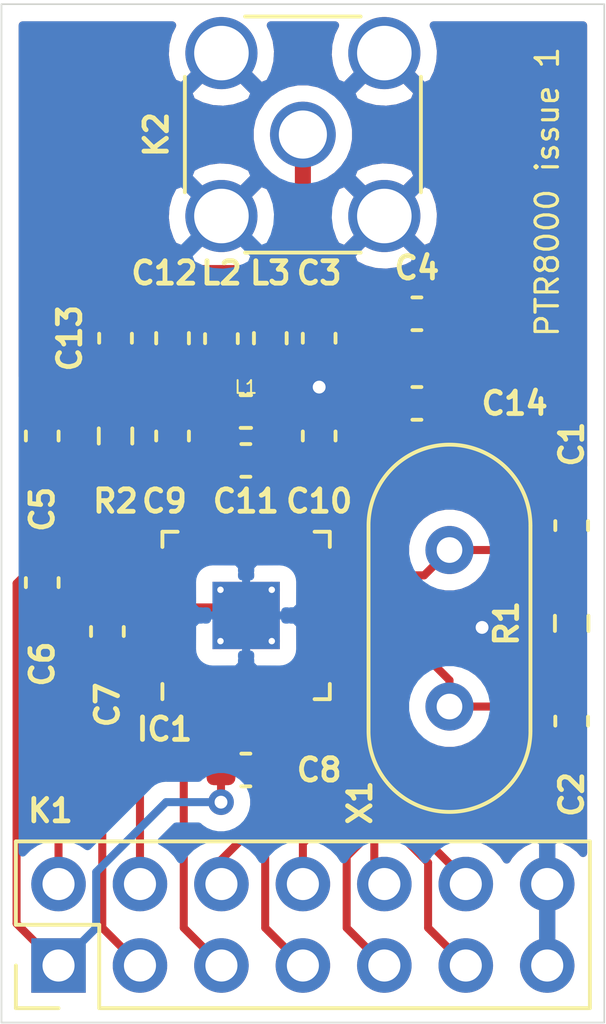
<source format=kicad_pcb>
(kicad_pcb (version 20171130) (host pcbnew 5.1.8-1.fc32)

  (general
    (thickness 1.6)
    (drawings 5)
    (tracks 201)
    (zones 0)
    (modules 23)
    (nets 23)
  )

  (page A4)
  (layers
    (0 F.Cu signal)
    (31 B.Cu signal)
    (32 B.Adhes user)
    (33 F.Adhes user)
    (34 B.Paste user)
    (35 F.Paste user)
    (36 B.SilkS user)
    (37 F.SilkS user)
    (38 B.Mask user)
    (39 F.Mask user)
    (40 Dwgs.User user)
    (41 Cmts.User user)
    (42 Eco1.User user)
    (43 Eco2.User user)
    (44 Edge.Cuts user)
    (45 Margin user)
    (46 B.CrtYd user)
    (47 F.CrtYd user)
    (48 B.Fab user)
    (49 F.Fab user)
  )

  (setup
    (last_trace_width 0.25)
    (trace_clearance 0.2)
    (zone_clearance 0.508)
    (zone_45_only no)
    (trace_min 0.2)
    (via_size 0.8)
    (via_drill 0.4)
    (via_min_size 0.4)
    (via_min_drill 0.3)
    (uvia_size 0.3)
    (uvia_drill 0.1)
    (uvias_allowed no)
    (uvia_min_size 0.2)
    (uvia_min_drill 0.1)
    (edge_width 0.05)
    (segment_width 0.2)
    (pcb_text_width 0.3)
    (pcb_text_size 1.5 1.5)
    (mod_edge_width 0.12)
    (mod_text_size 1 1)
    (mod_text_width 0.15)
    (pad_size 0.5 0.5)
    (pad_drill 0.2)
    (pad_to_mask_clearance 0)
    (aux_axis_origin 0 0)
    (visible_elements FFFFFF7F)
    (pcbplotparams
      (layerselection 0x010fc_ffffffff)
      (usegerberextensions false)
      (usegerberattributes true)
      (usegerberadvancedattributes true)
      (creategerberjobfile true)
      (excludeedgelayer true)
      (linewidth 0.100000)
      (plotframeref false)
      (viasonmask false)
      (mode 1)
      (useauxorigin false)
      (hpglpennumber 1)
      (hpglpenspeed 20)
      (hpglpendiameter 15.000000)
      (psnegative false)
      (psa4output false)
      (plotreference true)
      (plotvalue true)
      (plotinvisibletext false)
      (padsonsilk false)
      (subtractmaskfromsilk false)
      (outputformat 1)
      (mirror false)
      (drillshape 1)
      (scaleselection 1)
      (outputdirectory ""))
  )

  (net 0 "")
  (net 1 GND)
  (net 2 "Net-(C1-Pad1)")
  (net 3 "Net-(C2-Pad1)")
  (net 4 "Net-(C3-Pad2)")
  (net 5 VDD)
  (net 6 "Net-(C7-Pad1)")
  (net 7 "Net-(C11-Pad1)")
  (net 8 "Net-(C10-Pad1)")
  (net 9 "Net-(C12-Pad1)")
  (net 10 "Net-(C13-Pad2)")
  (net 11 "Net-(IC1-Pad32)")
  (net 12 "Net-(IC1-Pad23)")
  (net 13 "Net-(IC1-Pad13)")
  (net 14 "Net-(IC1-Pad12)")
  (net 15 "Net-(IC1-Pad11)")
  (net 16 "Net-(IC1-Pad10)")
  (net 17 "Net-(IC1-Pad8)")
  (net 18 "Net-(IC1-Pad7)")
  (net 19 "Net-(IC1-Pad6)")
  (net 20 "Net-(IC1-Pad3)")
  (net 21 "Net-(IC1-Pad2)")
  (net 22 "Net-(IC1-Pad1)")

  (net_class Default "This is the default net class."
    (clearance 0.2)
    (trace_width 0.25)
    (via_dia 0.8)
    (via_drill 0.4)
    (uvia_dia 0.3)
    (uvia_drill 0.1)
    (add_net GND)
    (add_net "Net-(C1-Pad1)")
    (add_net "Net-(C10-Pad1)")
    (add_net "Net-(C11-Pad1)")
    (add_net "Net-(C12-Pad1)")
    (add_net "Net-(C13-Pad2)")
    (add_net "Net-(C2-Pad1)")
    (add_net "Net-(C3-Pad2)")
    (add_net "Net-(C7-Pad1)")
    (add_net "Net-(IC1-Pad1)")
    (add_net "Net-(IC1-Pad10)")
    (add_net "Net-(IC1-Pad11)")
    (add_net "Net-(IC1-Pad12)")
    (add_net "Net-(IC1-Pad13)")
    (add_net "Net-(IC1-Pad2)")
    (add_net "Net-(IC1-Pad23)")
    (add_net "Net-(IC1-Pad3)")
    (add_net "Net-(IC1-Pad32)")
    (add_net "Net-(IC1-Pad6)")
    (add_net "Net-(IC1-Pad7)")
    (add_net "Net-(IC1-Pad8)")
    (add_net VDD)
  )

  (net_class Power ""
    (clearance 0.5)
    (trace_width 0.5)
    (via_dia 0.8)
    (via_drill 0.4)
    (uvia_dia 0.3)
    (uvia_drill 0.1)
  )

  (module Crystal:Crystal_HC49-4H_Vertical (layer F.Cu) (tedit 5A1AD3B7) (tstamp 5F9998D9)
    (at 13.97 17.018 270)
    (descr "Crystal THT HC-49-4H http://5hertz.com/pdfs/04404_D.pdf")
    (tags "THT crystalHC-49-4H")
    (path /5F9882A2)
    (fp_text reference X1 (at 7.874 2.794 270) (layer F.SilkS)
      (effects (font (size 0.7 0.7) (thickness 0.15)))
    )
    (fp_text value 16MHz (at 2.44 3.525 90) (layer F.Fab)
      (effects (font (size 1 1) (thickness 0.15)))
    )
    (fp_line (start 8.5 -2.8) (end -3.6 -2.8) (layer F.CrtYd) (width 0.05))
    (fp_line (start 8.5 2.8) (end 8.5 -2.8) (layer F.CrtYd) (width 0.05))
    (fp_line (start -3.6 2.8) (end 8.5 2.8) (layer F.CrtYd) (width 0.05))
    (fp_line (start -3.6 -2.8) (end -3.6 2.8) (layer F.CrtYd) (width 0.05))
    (fp_line (start -0.76 2.525) (end 5.64 2.525) (layer F.SilkS) (width 0.12))
    (fp_line (start -0.76 -2.525) (end 5.64 -2.525) (layer F.SilkS) (width 0.12))
    (fp_line (start -0.56 2) (end 5.44 2) (layer F.Fab) (width 0.1))
    (fp_line (start -0.56 -2) (end 5.44 -2) (layer F.Fab) (width 0.1))
    (fp_line (start -0.76 2.325) (end 5.64 2.325) (layer F.Fab) (width 0.1))
    (fp_line (start -0.76 -2.325) (end 5.64 -2.325) (layer F.Fab) (width 0.1))
    (fp_arc (start 5.64 0) (end 5.64 -2.525) (angle 180) (layer F.SilkS) (width 0.12))
    (fp_arc (start -0.76 0) (end -0.76 -2.525) (angle -180) (layer F.SilkS) (width 0.12))
    (fp_arc (start 5.44 0) (end 5.44 -2) (angle 180) (layer F.Fab) (width 0.1))
    (fp_arc (start -0.56 0) (end -0.56 -2) (angle -180) (layer F.Fab) (width 0.1))
    (fp_arc (start 5.64 0) (end 5.64 -2.325) (angle 180) (layer F.Fab) (width 0.1))
    (fp_arc (start -0.76 0) (end -0.76 -2.325) (angle -180) (layer F.Fab) (width 0.1))
    (fp_text user %R (at 2.44 0 90) (layer F.Fab)
      (effects (font (size 1 1) (thickness 0.15)))
    )
    (pad 2 thru_hole circle (at 4.88 0 270) (size 1.5 1.5) (drill 0.8) (layers *.Cu *.Mask)
      (net 3 "Net-(C2-Pad1)"))
    (pad 1 thru_hole circle (at 0 0 270) (size 1.5 1.5) (drill 0.8) (layers *.Cu *.Mask)
      (net 2 "Net-(C1-Pad1)"))
    (model ${KISYS3DMOD}/Crystal.3dshapes/Crystal_HC49-4H_Vertical.wrl
      (at (xyz 0 0 0))
      (scale (xyz 1 1 1))
      (rotate (xyz 0 0 0))
    )
  )

  (module Capacitor_SMD:C_0603_1608Metric (layer F.Cu) (tedit 5F68FEEE) (tstamp 5F9ACF25)
    (at 12.954 12.446)
    (descr "Capacitor SMD 0603 (1608 Metric), square (rectangular) end terminal, IPC_7351 nominal, (Body size source: IPC-SM-782 page 76, https://www.pcb-3d.com/wordpress/wp-content/uploads/ipc-sm-782a_amendment_1_and_2.pdf), generated with kicad-footprint-generator")
    (tags capacitor)
    (path /5F9C1DD5)
    (attr smd)
    (fp_text reference C14 (at 3.048 0) (layer F.SilkS)
      (effects (font (size 0.7 0.7) (thickness 0.15)))
    )
    (fp_text value 33pF (at 0 1.43) (layer F.Fab)
      (effects (font (size 1 1) (thickness 0.15)))
    )
    (fp_line (start 1.48 0.73) (end -1.48 0.73) (layer F.CrtYd) (width 0.05))
    (fp_line (start 1.48 -0.73) (end 1.48 0.73) (layer F.CrtYd) (width 0.05))
    (fp_line (start -1.48 -0.73) (end 1.48 -0.73) (layer F.CrtYd) (width 0.05))
    (fp_line (start -1.48 0.73) (end -1.48 -0.73) (layer F.CrtYd) (width 0.05))
    (fp_line (start -0.14058 0.51) (end 0.14058 0.51) (layer F.SilkS) (width 0.12))
    (fp_line (start -0.14058 -0.51) (end 0.14058 -0.51) (layer F.SilkS) (width 0.12))
    (fp_line (start 0.8 0.4) (end -0.8 0.4) (layer F.Fab) (width 0.1))
    (fp_line (start 0.8 -0.4) (end 0.8 0.4) (layer F.Fab) (width 0.1))
    (fp_line (start -0.8 -0.4) (end 0.8 -0.4) (layer F.Fab) (width 0.1))
    (fp_line (start -0.8 0.4) (end -0.8 -0.4) (layer F.Fab) (width 0.1))
    (fp_text user %R (at 0 0) (layer F.Fab)
      (effects (font (size 0.4 0.4) (thickness 0.06)))
    )
    (pad 2 smd roundrect (at 0.775 0) (size 0.9 0.95) (layers F.Cu F.Paste F.Mask) (roundrect_rratio 0.25)
      (net 1 GND))
    (pad 1 smd roundrect (at -0.775 0) (size 0.9 0.95) (layers F.Cu F.Paste F.Mask) (roundrect_rratio 0.25)
      (net 5 VDD))
    (model ${KISYS3DMOD}/Capacitor_SMD.3dshapes/C_0603_1608Metric.wrl
      (at (xyz 0 0 0))
      (scale (xyz 1 1 1))
      (rotate (xyz 0 0 0))
    )
  )

  (module Package_DFN_QFN:TQFN-32-1EP_5x5mm_P0.5mm_EP2.1x2.1mm_ThermalVias (layer F.Cu) (tedit 5F9AD1C6) (tstamp 5F999832)
    (at 7.628 19.058 90)
    (descr "TQFN, 32 Pin (https://pdfserv.maximintegrated.com/package_dwgs/21-0140.PDF (T3255-6)), generated with kicad-footprint-generator ipc_noLead_generator.py")
    (tags "TQFN NoLead")
    (path /5F978D08)
    (attr smd)
    (fp_text reference IC1 (at -3.548 -2.548 180) (layer F.SilkS)
      (effects (font (size 0.7 0.7) (thickness 0.15)))
    )
    (fp_text value nRF905 (at 0 3.8 90) (layer F.Fab)
      (effects (font (size 1 1) (thickness 0.15)))
    )
    (fp_line (start 3.1 -3.1) (end -3.1 -3.1) (layer F.CrtYd) (width 0.05))
    (fp_line (start 3.1 3.1) (end 3.1 -3.1) (layer F.CrtYd) (width 0.05))
    (fp_line (start -3.1 3.1) (end 3.1 3.1) (layer F.CrtYd) (width 0.05))
    (fp_line (start -3.1 -3.1) (end -3.1 3.1) (layer F.CrtYd) (width 0.05))
    (fp_line (start -2.5 -1.5) (end -1.5 -2.5) (layer F.Fab) (width 0.1))
    (fp_line (start -2.5 2.5) (end -2.5 -1.5) (layer F.Fab) (width 0.1))
    (fp_line (start 2.5 2.5) (end -2.5 2.5) (layer F.Fab) (width 0.1))
    (fp_line (start 2.5 -2.5) (end 2.5 2.5) (layer F.Fab) (width 0.1))
    (fp_line (start -1.5 -2.5) (end 2.5 -2.5) (layer F.Fab) (width 0.1))
    (fp_line (start -2.135 -2.61) (end -2.61 -2.61) (layer F.SilkS) (width 0.12))
    (fp_line (start 2.61 2.61) (end 2.61 2.135) (layer F.SilkS) (width 0.12))
    (fp_line (start 2.135 2.61) (end 2.61 2.61) (layer F.SilkS) (width 0.12))
    (fp_line (start -2.61 2.61) (end -2.61 2.135) (layer F.SilkS) (width 0.12))
    (fp_line (start -2.135 2.61) (end -2.61 2.61) (layer F.SilkS) (width 0.12))
    (fp_line (start 2.61 -2.61) (end 2.61 -2.135) (layer F.SilkS) (width 0.12))
    (fp_line (start 2.135 -2.61) (end 2.61 -2.61) (layer F.SilkS) (width 0.12))
    (fp_text user %R (at 0 0 90) (layer F.Fab)
      (effects (font (size 1 1) (thickness 0.15)))
    )
    (pad "" smd roundrect (at 0.525 0.525 90) (size 0.91 0.91) (layers F.Paste) (roundrect_rratio 0.25)
      (net 1 GND))
    (pad "" smd roundrect (at 0.525 -0.525 90) (size 0.91 0.91) (layers F.Paste) (roundrect_rratio 0.25)
      (net 1 GND))
    (pad "" smd roundrect (at -0.525 0.525 90) (size 0.91 0.91) (layers F.Paste) (roundrect_rratio 0.25)
      (net 1 GND))
    (pad "" smd roundrect (at -0.525 -0.525 90) (size 0.91 0.91) (layers F.Paste) (roundrect_rratio 0.25)
      (net 1 GND))
    (pad 33 smd rect (at 0 0 90) (size 2.1 2.1) (layers B.Cu)
      (net 1 GND))
    (pad 33 thru_hole circle (at 0.8 0.8 90) (size 0.5 0.5) (drill 0.2) (layers *.Cu)
      (net 1 GND))
    (pad 33 thru_hole circle (at -0.8 0.8 90) (size 0.5 0.5) (drill 0.2) (layers *.Cu)
      (net 1 GND))
    (pad 33 thru_hole circle (at 0.8 -0.8 90) (size 0.5 0.5) (drill 0.2) (layers *.Cu)
      (net 1 GND))
    (pad 33 thru_hole circle (at -0.8 -0.8 90) (size 0.5 0.5) (drill 0.2) (layers *.Cu)
      (net 1 GND))
    (pad 33 smd rect (at 0 0 90) (size 2.1 2.1) (layers F.Cu F.Mask)
      (net 1 GND))
    (pad 32 smd custom (at -1.75 -2.4375 90) (size 0.18636 0.18636) (layers F.Cu F.Paste F.Mask)
      (net 11 "Net-(IC1-Pad32)")
      (options (clearance outline) (anchor circle))
      (primitives
        (gr_poly (pts
           (xy -0.0625 -0.35) (xy 0.0625 -0.35) (xy 0.0625 0.35) (xy -0.009112 0.35) (xy -0.0625 0.296612)
) (width 0.125))
      ))
    (pad 31 smd roundrect (at -1.25 -2.4375 90) (size 0.25 0.825) (layers F.Cu F.Paste F.Mask) (roundrect_rratio 0.25)
      (net 6 "Net-(C7-Pad1)"))
    (pad 30 smd roundrect (at -0.75 -2.4375 90) (size 0.25 0.825) (layers F.Cu F.Paste F.Mask) (roundrect_rratio 0.25)
      (net 1 GND))
    (pad 29 smd roundrect (at -0.25 -2.4375 90) (size 0.25 0.825) (layers F.Cu F.Paste F.Mask) (roundrect_rratio 0.25)
      (net 1 GND))
    (pad 28 smd roundrect (at 0.25 -2.4375 90) (size 0.25 0.825) (layers F.Cu F.Paste F.Mask) (roundrect_rratio 0.25)
      (net 1 GND))
    (pad 27 smd roundrect (at 0.75 -2.4375 90) (size 0.25 0.825) (layers F.Cu F.Paste F.Mask) (roundrect_rratio 0.25)
      (net 1 GND))
    (pad 26 smd roundrect (at 1.25 -2.4375 90) (size 0.25 0.825) (layers F.Cu F.Paste F.Mask) (roundrect_rratio 0.25)
      (net 1 GND))
    (pad 25 smd custom (at 1.75 -2.4375 90) (size 0.18636 0.18636) (layers F.Cu F.Paste F.Mask)
      (net 5 VDD)
      (options (clearance outline) (anchor circle))
      (primitives
        (gr_poly (pts
           (xy -0.0625 -0.35) (xy 0.0625 -0.35) (xy 0.0625 0.296612) (xy 0.009112 0.35) (xy -0.0625 0.35)
) (width 0.125))
      ))
    (pad 24 smd custom (at 2.4375 -1.75 90) (size 0.18636 0.18636) (layers F.Cu F.Paste F.Mask)
      (net 1 GND)
      (options (clearance outline) (anchor circle))
      (primitives
        (gr_poly (pts
           (xy -0.35 -0.009112) (xy -0.296612 -0.0625) (xy 0.35 -0.0625) (xy 0.35 0.0625) (xy -0.35 0.0625)
) (width 0.125))
      ))
    (pad 23 smd roundrect (at 2.4375 -1.25 90) (size 0.825 0.25) (layers F.Cu F.Paste F.Mask) (roundrect_rratio 0.25)
      (net 12 "Net-(IC1-Pad23)"))
    (pad 22 smd roundrect (at 2.4375 -0.75 90) (size 0.825 0.25) (layers F.Cu F.Paste F.Mask) (roundrect_rratio 0.25)
      (net 1 GND))
    (pad 21 smd roundrect (at 2.4375 -0.25 90) (size 0.825 0.25) (layers F.Cu F.Paste F.Mask) (roundrect_rratio 0.25)
      (net 7 "Net-(C11-Pad1)"))
    (pad 20 smd roundrect (at 2.4375 0.25 90) (size 0.825 0.25) (layers F.Cu F.Paste F.Mask) (roundrect_rratio 0.25)
      (net 8 "Net-(C10-Pad1)"))
    (pad 19 smd roundrect (at 2.4375 0.75 90) (size 0.825 0.25) (layers F.Cu F.Paste F.Mask) (roundrect_rratio 0.25)
      (net 4 "Net-(C3-Pad2)"))
    (pad 18 smd roundrect (at 2.4375 1.25 90) (size 0.825 0.25) (layers F.Cu F.Paste F.Mask) (roundrect_rratio 0.25)
      (net 1 GND))
    (pad 17 smd custom (at 2.4375 1.75 90) (size 0.18636 0.18636) (layers F.Cu F.Paste F.Mask)
      (net 5 VDD)
      (options (clearance outline) (anchor circle))
      (primitives
        (gr_poly (pts
           (xy -0.35 -0.0625) (xy 0.35 -0.0625) (xy 0.35 0.0625) (xy -0.296612 0.0625) (xy -0.35 0.009112)
) (width 0.125))
      ))
    (pad 16 smd custom (at 1.75 2.4375 90) (size 0.18636 0.18636) (layers F.Cu F.Paste F.Mask)
      (net 1 GND)
      (options (clearance outline) (anchor circle))
      (primitives
        (gr_poly (pts
           (xy -0.0625 -0.35) (xy 0.009112 -0.35) (xy 0.0625 -0.296612) (xy 0.0625 0.35) (xy -0.0625 0.35)
) (width 0.125))
      ))
    (pad 15 smd roundrect (at 1.25 2.4375 90) (size 0.25 0.825) (layers F.Cu F.Paste F.Mask) (roundrect_rratio 0.25)
      (net 2 "Net-(C1-Pad1)"))
    (pad 14 smd roundrect (at 0.75 2.4375 90) (size 0.25 0.825) (layers F.Cu F.Paste F.Mask) (roundrect_rratio 0.25)
      (net 3 "Net-(C2-Pad1)"))
    (pad 13 smd roundrect (at 0.25 2.4375 90) (size 0.25 0.825) (layers F.Cu F.Paste F.Mask) (roundrect_rratio 0.25)
      (net 13 "Net-(IC1-Pad13)"))
    (pad 12 smd roundrect (at -0.25 2.4375 90) (size 0.25 0.825) (layers F.Cu F.Paste F.Mask) (roundrect_rratio 0.25)
      (net 14 "Net-(IC1-Pad12)"))
    (pad 11 smd roundrect (at -0.75 2.4375 90) (size 0.25 0.825) (layers F.Cu F.Paste F.Mask) (roundrect_rratio 0.25)
      (net 15 "Net-(IC1-Pad11)"))
    (pad 10 smd roundrect (at -1.25 2.4375 90) (size 0.25 0.825) (layers F.Cu F.Paste F.Mask) (roundrect_rratio 0.25)
      (net 16 "Net-(IC1-Pad10)"))
    (pad 9 smd custom (at -1.75 2.4375 90) (size 0.18636 0.18636) (layers F.Cu F.Paste F.Mask)
      (net 1 GND)
      (options (clearance outline) (anchor circle))
      (primitives
        (gr_poly (pts
           (xy -0.0625 -0.296612) (xy -0.009112 -0.35) (xy 0.0625 -0.35) (xy 0.0625 0.35) (xy -0.0625 0.35)
) (width 0.125))
      ))
    (pad 8 smd custom (at -2.4375 1.75 90) (size 0.18636 0.18636) (layers F.Cu F.Paste F.Mask)
      (net 17 "Net-(IC1-Pad8)")
      (options (clearance outline) (anchor circle))
      (primitives
        (gr_poly (pts
           (xy -0.35 -0.0625) (xy 0.35 -0.0625) (xy 0.35 0.009112) (xy 0.296612 0.0625) (xy -0.35 0.0625)
) (width 0.125))
      ))
    (pad 7 smd roundrect (at -2.4375 1.25 90) (size 0.825 0.25) (layers F.Cu F.Paste F.Mask) (roundrect_rratio 0.25)
      (net 18 "Net-(IC1-Pad7)"))
    (pad 6 smd roundrect (at -2.4375 0.75 90) (size 0.825 0.25) (layers F.Cu F.Paste F.Mask) (roundrect_rratio 0.25)
      (net 19 "Net-(IC1-Pad6)"))
    (pad 5 smd roundrect (at -2.4375 0.25 90) (size 0.825 0.25) (layers F.Cu F.Paste F.Mask) (roundrect_rratio 0.25)
      (net 1 GND))
    (pad 4 smd roundrect (at -2.4375 -0.25 90) (size 0.825 0.25) (layers F.Cu F.Paste F.Mask) (roundrect_rratio 0.25)
      (net 5 VDD))
    (pad 3 smd roundrect (at -2.4375 -0.75 90) (size 0.825 0.25) (layers F.Cu F.Paste F.Mask) (roundrect_rratio 0.25)
      (net 20 "Net-(IC1-Pad3)"))
    (pad 2 smd roundrect (at -2.4375 -1.25 90) (size 0.825 0.25) (layers F.Cu F.Paste F.Mask) (roundrect_rratio 0.25)
      (net 21 "Net-(IC1-Pad2)"))
    (pad 1 smd custom (at -2.4375 -1.75 90) (size 0.18636 0.18636) (layers F.Cu F.Paste F.Mask)
      (net 22 "Net-(IC1-Pad1)")
      (options (clearance outline) (anchor circle))
      (primitives
        (gr_poly (pts
           (xy -0.35 -0.0625) (xy 0.296612 -0.0625) (xy 0.35 -0.009112) (xy 0.35 0.0625) (xy -0.35 0.0625)
) (width 0.125))
      ))
    (model ${KISYS3DMOD}/Package_DFN_QFN.3dshapes/TQFN-32-1EP_5x5mm_P0.5mm_EP2.1x2.1mm.wrl
      (at (xyz 0 0 0))
      (scale (xyz 1 1 1))
      (rotate (xyz 0 0 0))
    )
  )

  (module Capacitor_SMD:C_0603_1608Metric (layer F.Cu) (tedit 5F68FEEE) (tstamp 5F99977C)
    (at 3.302 19.558 90)
    (descr "Capacitor SMD 0603 (1608 Metric), square (rectangular) end terminal, IPC_7351 nominal, (Body size source: IPC-SM-782 page 76, https://www.pcb-3d.com/wordpress/wp-content/uploads/ipc-sm-782a_amendment_1_and_2.pdf), generated with kicad-footprint-generator")
    (tags capacitor)
    (path /5F9AA4CA)
    (attr smd)
    (fp_text reference C7 (at -2.286 0 90) (layer F.SilkS)
      (effects (font (size 0.7 0.7) (thickness 0.15)))
    )
    (fp_text value 10nF (at 0 1.43 90) (layer F.Fab)
      (effects (font (size 1 1) (thickness 0.15)))
    )
    (fp_line (start 1.48 0.73) (end -1.48 0.73) (layer F.CrtYd) (width 0.05))
    (fp_line (start 1.48 -0.73) (end 1.48 0.73) (layer F.CrtYd) (width 0.05))
    (fp_line (start -1.48 -0.73) (end 1.48 -0.73) (layer F.CrtYd) (width 0.05))
    (fp_line (start -1.48 0.73) (end -1.48 -0.73) (layer F.CrtYd) (width 0.05))
    (fp_line (start -0.14058 0.51) (end 0.14058 0.51) (layer F.SilkS) (width 0.12))
    (fp_line (start -0.14058 -0.51) (end 0.14058 -0.51) (layer F.SilkS) (width 0.12))
    (fp_line (start 0.8 0.4) (end -0.8 0.4) (layer F.Fab) (width 0.1))
    (fp_line (start 0.8 -0.4) (end 0.8 0.4) (layer F.Fab) (width 0.1))
    (fp_line (start -0.8 -0.4) (end 0.8 -0.4) (layer F.Fab) (width 0.1))
    (fp_line (start -0.8 0.4) (end -0.8 -0.4) (layer F.Fab) (width 0.1))
    (fp_text user %R (at 0 0 90) (layer F.Fab)
      (effects (font (size 0.4 0.4) (thickness 0.06)))
    )
    (pad 2 smd roundrect (at 0.775 0 90) (size 0.9 0.95) (layers F.Cu F.Paste F.Mask) (roundrect_rratio 0.25)
      (net 1 GND))
    (pad 1 smd roundrect (at -0.775 0 90) (size 0.9 0.95) (layers F.Cu F.Paste F.Mask) (roundrect_rratio 0.25)
      (net 6 "Net-(C7-Pad1)"))
    (model ${KISYS3DMOD}/Capacitor_SMD.3dshapes/C_0603_1608Metric.wrl
      (at (xyz 0 0 0))
      (scale (xyz 1 1 1))
      (rotate (xyz 0 0 0))
    )
  )

  (module Resistor_SMD:R_0603_1608Metric (layer F.Cu) (tedit 5F68FEEE) (tstamp 5F9998C2)
    (at 3.556 13.462 90)
    (descr "Resistor SMD 0603 (1608 Metric), square (rectangular) end terminal, IPC_7351 nominal, (Body size source: IPC-SM-782 page 72, https://www.pcb-3d.com/wordpress/wp-content/uploads/ipc-sm-782a_amendment_1_and_2.pdf), generated with kicad-footprint-generator")
    (tags resistor)
    (path /5F986596)
    (attr smd)
    (fp_text reference R2 (at -2.032 0 180) (layer F.SilkS)
      (effects (font (size 0.7 0.7) (thickness 0.15)))
    )
    (fp_text value 22k (at 0 1.43 90) (layer F.Fab)
      (effects (font (size 1 1) (thickness 0.15)))
    )
    (fp_line (start -0.8 0.4125) (end -0.8 -0.4125) (layer F.Fab) (width 0.1))
    (fp_line (start -0.8 -0.4125) (end 0.8 -0.4125) (layer F.Fab) (width 0.1))
    (fp_line (start 0.8 -0.4125) (end 0.8 0.4125) (layer F.Fab) (width 0.1))
    (fp_line (start 0.8 0.4125) (end -0.8 0.4125) (layer F.Fab) (width 0.1))
    (fp_line (start -0.237258 -0.5225) (end 0.237258 -0.5225) (layer F.SilkS) (width 0.12))
    (fp_line (start -0.237258 0.5225) (end 0.237258 0.5225) (layer F.SilkS) (width 0.12))
    (fp_line (start -1.48 0.73) (end -1.48 -0.73) (layer F.CrtYd) (width 0.05))
    (fp_line (start -1.48 -0.73) (end 1.48 -0.73) (layer F.CrtYd) (width 0.05))
    (fp_line (start 1.48 -0.73) (end 1.48 0.73) (layer F.CrtYd) (width 0.05))
    (fp_line (start 1.48 0.73) (end -1.48 0.73) (layer F.CrtYd) (width 0.05))
    (fp_text user %R (at 0 0 90) (layer F.Fab)
      (effects (font (size 0.4 0.4) (thickness 0.06)))
    )
    (pad 1 smd roundrect (at -0.825 0 90) (size 0.8 0.95) (layers F.Cu F.Paste F.Mask) (roundrect_rratio 0.25)
      (net 12 "Net-(IC1-Pad23)"))
    (pad 2 smd roundrect (at 0.825 0 90) (size 0.8 0.95) (layers F.Cu F.Paste F.Mask) (roundrect_rratio 0.25)
      (net 1 GND))
    (model ${KISYS3DMOD}/Resistor_SMD.3dshapes/R_0603_1608Metric.wrl
      (at (xyz 0 0 0))
      (scale (xyz 1 1 1))
      (rotate (xyz 0 0 0))
    )
  )

  (module Resistor_SMD:R_0603_1608Metric (layer F.Cu) (tedit 5F68FEEE) (tstamp 5F9998B1)
    (at 17.78 19.304 90)
    (descr "Resistor SMD 0603 (1608 Metric), square (rectangular) end terminal, IPC_7351 nominal, (Body size source: IPC-SM-782 page 72, https://www.pcb-3d.com/wordpress/wp-content/uploads/ipc-sm-782a_amendment_1_and_2.pdf), generated with kicad-footprint-generator")
    (tags resistor)
    (path /5F986F0E)
    (attr smd)
    (fp_text reference R1 (at 0 -2.032 90) (layer F.SilkS)
      (effects (font (size 0.7 0.7) (thickness 0.15)))
    )
    (fp_text value 1M (at 0.254 -1.016 90) (layer F.Fab)
      (effects (font (size 1 1) (thickness 0.15)))
    )
    (fp_line (start 1.48 0.73) (end -1.48 0.73) (layer F.CrtYd) (width 0.05))
    (fp_line (start 1.48 -0.73) (end 1.48 0.73) (layer F.CrtYd) (width 0.05))
    (fp_line (start -1.48 -0.73) (end 1.48 -0.73) (layer F.CrtYd) (width 0.05))
    (fp_line (start -1.48 0.73) (end -1.48 -0.73) (layer F.CrtYd) (width 0.05))
    (fp_line (start -0.237258 0.5225) (end 0.237258 0.5225) (layer F.SilkS) (width 0.12))
    (fp_line (start -0.237258 -0.5225) (end 0.237258 -0.5225) (layer F.SilkS) (width 0.12))
    (fp_line (start 0.8 0.4125) (end -0.8 0.4125) (layer F.Fab) (width 0.1))
    (fp_line (start 0.8 -0.4125) (end 0.8 0.4125) (layer F.Fab) (width 0.1))
    (fp_line (start -0.8 -0.4125) (end 0.8 -0.4125) (layer F.Fab) (width 0.1))
    (fp_line (start -0.8 0.4125) (end -0.8 -0.4125) (layer F.Fab) (width 0.1))
    (fp_text user %R (at 0 0 90) (layer F.Fab)
      (effects (font (size 0.4 0.4) (thickness 0.06)))
    )
    (pad 2 smd roundrect (at 0.825 0 90) (size 0.8 0.95) (layers F.Cu F.Paste F.Mask) (roundrect_rratio 0.25)
      (net 2 "Net-(C1-Pad1)"))
    (pad 1 smd roundrect (at -0.825 0 90) (size 0.8 0.95) (layers F.Cu F.Paste F.Mask) (roundrect_rratio 0.25)
      (net 3 "Net-(C2-Pad1)"))
    (model ${KISYS3DMOD}/Resistor_SMD.3dshapes/R_0603_1608Metric.wrl
      (at (xyz 0 0 0))
      (scale (xyz 1 1 1))
      (rotate (xyz 0 0 0))
    )
  )

  (module Inductor_SMD:L_0603_1608Metric (layer F.Cu) (tedit 5F68FEF0) (tstamp 5F9998A0)
    (at 8.382 10.414 270)
    (descr "Inductor SMD 0603 (1608 Metric), square (rectangular) end terminal, IPC_7351 nominal, (Body size source: http://www.tortai-tech.com/upload/download/2011102023233369053.pdf), generated with kicad-footprint-generator")
    (tags inductor)
    (path /5F9B3DB6)
    (attr smd)
    (fp_text reference L3 (at -2.032 0 180) (layer F.SilkS)
      (effects (font (size 0.7 0.7) (thickness 0.15)))
    )
    (fp_text value 12nH (at 0 1.43 90) (layer F.Fab)
      (effects (font (size 1 1) (thickness 0.15)))
    )
    (fp_line (start 1.48 0.73) (end -1.48 0.73) (layer F.CrtYd) (width 0.05))
    (fp_line (start 1.48 -0.73) (end 1.48 0.73) (layer F.CrtYd) (width 0.05))
    (fp_line (start -1.48 -0.73) (end 1.48 -0.73) (layer F.CrtYd) (width 0.05))
    (fp_line (start -1.48 0.73) (end -1.48 -0.73) (layer F.CrtYd) (width 0.05))
    (fp_line (start -0.162779 0.51) (end 0.162779 0.51) (layer F.SilkS) (width 0.12))
    (fp_line (start -0.162779 -0.51) (end 0.162779 -0.51) (layer F.SilkS) (width 0.12))
    (fp_line (start 0.8 0.4) (end -0.8 0.4) (layer F.Fab) (width 0.1))
    (fp_line (start 0.8 -0.4) (end 0.8 0.4) (layer F.Fab) (width 0.1))
    (fp_line (start -0.8 -0.4) (end 0.8 -0.4) (layer F.Fab) (width 0.1))
    (fp_line (start -0.8 0.4) (end -0.8 -0.4) (layer F.Fab) (width 0.1))
    (fp_text user %R (at 0 0 90) (layer F.Fab)
      (effects (font (size 0.4 0.4) (thickness 0.06)))
    )
    (pad 2 smd roundrect (at 0.7875 0 270) (size 0.875 0.95) (layers F.Cu F.Paste F.Mask) (roundrect_rratio 0.25)
      (net 8 "Net-(C10-Pad1)"))
    (pad 1 smd roundrect (at -0.7875 0 270) (size 0.875 0.95) (layers F.Cu F.Paste F.Mask) (roundrect_rratio 0.25)
      (net 4 "Net-(C3-Pad2)"))
    (model ${KISYS3DMOD}/Inductor_SMD.3dshapes/L_0603_1608Metric.wrl
      (at (xyz 0 0 0))
      (scale (xyz 1 1 1))
      (rotate (xyz 0 0 0))
    )
  )

  (module Inductor_SMD:L_0603_1608Metric (layer F.Cu) (tedit 5F68FEF0) (tstamp 5F99988F)
    (at 5.334 10.414 270)
    (descr "Inductor SMD 0603 (1608 Metric), square (rectangular) end terminal, IPC_7351 nominal, (Body size source: http://www.tortai-tech.com/upload/download/2011102023233369053.pdf), generated with kicad-footprint-generator")
    (tags inductor)
    (path /5F9B36A4)
    (attr smd)
    (fp_text reference L2 (at -2.032 -1.524 180) (layer F.SilkS)
      (effects (font (size 0.7 0.7) (thickness 0.15)))
    )
    (fp_text value 10nH (at 0 1.43 90) (layer F.Fab)
      (effects (font (size 1 1) (thickness 0.15)))
    )
    (fp_line (start 1.48 0.73) (end -1.48 0.73) (layer F.CrtYd) (width 0.05))
    (fp_line (start 1.48 -0.73) (end 1.48 0.73) (layer F.CrtYd) (width 0.05))
    (fp_line (start -1.48 -0.73) (end 1.48 -0.73) (layer F.CrtYd) (width 0.05))
    (fp_line (start -1.48 0.73) (end -1.48 -0.73) (layer F.CrtYd) (width 0.05))
    (fp_line (start -0.162779 0.51) (end 0.162779 0.51) (layer F.SilkS) (width 0.12))
    (fp_line (start -0.162779 -0.51) (end 0.162779 -0.51) (layer F.SilkS) (width 0.12))
    (fp_line (start 0.8 0.4) (end -0.8 0.4) (layer F.Fab) (width 0.1))
    (fp_line (start 0.8 -0.4) (end 0.8 0.4) (layer F.Fab) (width 0.1))
    (fp_line (start -0.8 -0.4) (end 0.8 -0.4) (layer F.Fab) (width 0.1))
    (fp_line (start -0.8 0.4) (end -0.8 -0.4) (layer F.Fab) (width 0.1))
    (fp_text user %R (at 0 0 90) (layer F.Fab)
      (effects (font (size 0.4 0.4) (thickness 0.06)))
    )
    (pad 2 smd roundrect (at 0.7875 0 270) (size 0.875 0.95) (layers F.Cu F.Paste F.Mask) (roundrect_rratio 0.25)
      (net 9 "Net-(C12-Pad1)"))
    (pad 1 smd roundrect (at -0.7875 0 270) (size 0.875 0.95) (layers F.Cu F.Paste F.Mask) (roundrect_rratio 0.25)
      (net 10 "Net-(C13-Pad2)"))
    (model ${KISYS3DMOD}/Inductor_SMD.3dshapes/L_0603_1608Metric.wrl
      (at (xyz 0 0 0))
      (scale (xyz 1 1 1))
      (rotate (xyz 0 0 0))
    )
  )

  (module Inductor_SMD:L_0603_1608Metric (layer F.Cu) (tedit 5F68FEF0) (tstamp 5F99987E)
    (at 7.62 12.7)
    (descr "Inductor SMD 0603 (1608 Metric), square (rectangular) end terminal, IPC_7351 nominal, (Body size source: http://www.tortai-tech.com/upload/download/2011102023233369053.pdf), generated with kicad-footprint-generator")
    (tags inductor)
    (path /5F9B2F47)
    (attr smd)
    (fp_text reference L1 (at 0 -0.762) (layer F.SilkS)
      (effects (font (size 0.4 0.4) (thickness 0.06)))
    )
    (fp_text value 12nH (at 0 1.43) (layer F.Fab)
      (effects (font (size 1 1) (thickness 0.15)))
    )
    (fp_line (start 1.48 0.73) (end -1.48 0.73) (layer F.CrtYd) (width 0.05))
    (fp_line (start 1.48 -0.73) (end 1.48 0.73) (layer F.CrtYd) (width 0.05))
    (fp_line (start -1.48 -0.73) (end 1.48 -0.73) (layer F.CrtYd) (width 0.05))
    (fp_line (start -1.48 0.73) (end -1.48 -0.73) (layer F.CrtYd) (width 0.05))
    (fp_line (start -0.162779 0.51) (end 0.162779 0.51) (layer F.SilkS) (width 0.12))
    (fp_line (start -0.162779 -0.51) (end 0.162779 -0.51) (layer F.SilkS) (width 0.12))
    (fp_line (start 0.8 0.4) (end -0.8 0.4) (layer F.Fab) (width 0.1))
    (fp_line (start 0.8 -0.4) (end 0.8 0.4) (layer F.Fab) (width 0.1))
    (fp_line (start -0.8 -0.4) (end 0.8 -0.4) (layer F.Fab) (width 0.1))
    (fp_line (start -0.8 0.4) (end -0.8 -0.4) (layer F.Fab) (width 0.1))
    (fp_text user %R (at 0 0) (layer F.Fab)
      (effects (font (size 0.4 0.4) (thickness 0.06)))
    )
    (pad 2 smd roundrect (at 0.7875 0) (size 0.875 0.95) (layers F.Cu F.Paste F.Mask) (roundrect_rratio 0.25)
      (net 8 "Net-(C10-Pad1)"))
    (pad 1 smd roundrect (at -0.7875 0) (size 0.875 0.95) (layers F.Cu F.Paste F.Mask) (roundrect_rratio 0.25)
      (net 7 "Net-(C11-Pad1)"))
    (model ${KISYS3DMOD}/Inductor_SMD.3dshapes/L_0603_1608Metric.wrl
      (at (xyz 0 0 0))
      (scale (xyz 1 1 1))
      (rotate (xyz 0 0 0))
    )
  )

  (module Connector_Coaxial:SMA_Amphenol_132134_Vertical (layer F.Cu) (tedit 5B2F4DB6) (tstamp 5F99986D)
    (at 9.398 4.064)
    (descr https://www.amphenolrf.com/downloads/dl/file/id/2187/product/2843/132134_customer_drawing.pdf)
    (tags "SMA THT Female Jack Vertical ExtendedLegs")
    (path /5FA3671F)
    (fp_text reference K2 (at -4.572 0 90) (layer F.SilkS)
      (effects (font (size 0.7 0.7) (thickness 0.15)))
    )
    (fp_text value "RF out" (at 0 5) (layer F.Fab)
      (effects (font (size 1 1) (thickness 0.15)))
    )
    (fp_line (start -1.8 -3.68) (end 1.8 -3.68) (layer F.SilkS) (width 0.12))
    (fp_line (start -1.8 3.68) (end 1.8 3.68) (layer F.SilkS) (width 0.12))
    (fp_line (start 3.68 -1.8) (end 3.68 1.8) (layer F.SilkS) (width 0.12))
    (fp_line (start -3.68 -1.8) (end -3.68 1.8) (layer F.SilkS) (width 0.12))
    (fp_line (start 3.5 -3.5) (end 3.5 3.5) (layer F.Fab) (width 0.1))
    (fp_line (start -3.5 3.5) (end 3.5 3.5) (layer F.Fab) (width 0.1))
    (fp_line (start -3.5 -3.5) (end -3.5 3.5) (layer F.Fab) (width 0.1))
    (fp_line (start -3.5 -3.5) (end 3.5 -3.5) (layer F.Fab) (width 0.1))
    (fp_line (start -4.17 -4.17) (end 4.17 -4.17) (layer F.CrtYd) (width 0.05))
    (fp_line (start -4.17 -4.17) (end -4.17 4.17) (layer F.CrtYd) (width 0.05))
    (fp_line (start 4.17 4.17) (end 4.17 -4.17) (layer F.CrtYd) (width 0.05))
    (fp_line (start 4.17 4.17) (end -4.17 4.17) (layer F.CrtYd) (width 0.05))
    (fp_circle (center 0 0) (end 3.175 0) (layer F.Fab) (width 0.1))
    (fp_text user %R (at 0 0) (layer F.Fab)
      (effects (font (size 1 1) (thickness 0.15)))
    )
    (pad 2 thru_hole circle (at -2.54 2.54) (size 2.25 2.25) (drill 1.7) (layers *.Cu *.Mask)
      (net 1 GND))
    (pad 2 thru_hole circle (at -2.54 -2.54) (size 2.25 2.25) (drill 1.7) (layers *.Cu *.Mask)
      (net 1 GND))
    (pad 2 thru_hole circle (at 2.54 -2.54) (size 2.25 2.25) (drill 1.7) (layers *.Cu *.Mask)
      (net 1 GND))
    (pad 2 thru_hole circle (at 2.54 2.54) (size 2.25 2.25) (drill 1.7) (layers *.Cu *.Mask)
      (net 1 GND))
    (pad 1 thru_hole circle (at 0 0) (size 2.05 2.05) (drill 1.5) (layers *.Cu *.Mask)
      (net 10 "Net-(C13-Pad2)"))
    (model ${KISYS3DMOD}/Connector_Coaxial.3dshapes/SMA_Amphenol_132134_Vertical.wrl
      (at (xyz 0 0 0))
      (scale (xyz 1 1 1))
      (rotate (xyz 0 0 0))
    )
  )

  (module Connector_PinHeader_2.54mm:PinHeader_2x07_P2.54mm_Vertical (layer F.Cu) (tedit 59FED5CC) (tstamp 5F999B90)
    (at 1.778 29.972 90)
    (descr "Through hole straight pin header, 2x07, 2.54mm pitch, double rows")
    (tags "Through hole pin header THT 2x07 2.54mm double row")
    (path /5F9C9EF6)
    (fp_text reference K1 (at 4.826 -0.254 180) (layer F.SilkS)
      (effects (font (size 0.7 0.7) (thickness 0.15)))
    )
    (fp_text value Conn_02x07_Odd_Even (at 1.27 17.57 90) (layer F.Fab) hide
      (effects (font (size 1 1) (thickness 0.15)))
    )
    (fp_line (start 4.35 -1.8) (end -1.8 -1.8) (layer F.CrtYd) (width 0.05))
    (fp_line (start 4.35 17.05) (end 4.35 -1.8) (layer F.CrtYd) (width 0.05))
    (fp_line (start -1.8 17.05) (end 4.35 17.05) (layer F.CrtYd) (width 0.05))
    (fp_line (start -1.8 -1.8) (end -1.8 17.05) (layer F.CrtYd) (width 0.05))
    (fp_line (start -1.33 -1.33) (end 0 -1.33) (layer F.SilkS) (width 0.12))
    (fp_line (start -1.33 0) (end -1.33 -1.33) (layer F.SilkS) (width 0.12))
    (fp_line (start 1.27 -1.33) (end 3.87 -1.33) (layer F.SilkS) (width 0.12))
    (fp_line (start 1.27 1.27) (end 1.27 -1.33) (layer F.SilkS) (width 0.12))
    (fp_line (start -1.33 1.27) (end 1.27 1.27) (layer F.SilkS) (width 0.12))
    (fp_line (start 3.87 -1.33) (end 3.87 16.57) (layer F.SilkS) (width 0.12))
    (fp_line (start -1.33 1.27) (end -1.33 16.57) (layer F.SilkS) (width 0.12))
    (fp_line (start -1.33 16.57) (end 3.87 16.57) (layer F.SilkS) (width 0.12))
    (fp_line (start -1.27 0) (end 0 -1.27) (layer F.Fab) (width 0.1))
    (fp_line (start -1.27 16.51) (end -1.27 0) (layer F.Fab) (width 0.1))
    (fp_line (start 3.81 16.51) (end -1.27 16.51) (layer F.Fab) (width 0.1))
    (fp_line (start 3.81 -1.27) (end 3.81 16.51) (layer F.Fab) (width 0.1))
    (fp_line (start 0 -1.27) (end 3.81 -1.27) (layer F.Fab) (width 0.1))
    (fp_text user %R (at 1.27 7.62) (layer F.Fab)
      (effects (font (size 1 1) (thickness 0.15)))
    )
    (pad 14 thru_hole oval (at 2.54 15.24 90) (size 1.7 1.7) (drill 1) (layers *.Cu *.Mask)
      (net 1 GND))
    (pad 13 thru_hole oval (at 0 15.24 90) (size 1.7 1.7) (drill 1) (layers *.Cu *.Mask)
      (net 1 GND))
    (pad 12 thru_hole oval (at 2.54 12.7 90) (size 1.7 1.7) (drill 1) (layers *.Cu *.Mask)
      (net 13 "Net-(IC1-Pad13)"))
    (pad 11 thru_hole oval (at 0 12.7 90) (size 1.7 1.7) (drill 1) (layers *.Cu *.Mask)
      (net 14 "Net-(IC1-Pad12)"))
    (pad 10 thru_hole oval (at 2.54 10.16 90) (size 1.7 1.7) (drill 1) (layers *.Cu *.Mask)
      (net 15 "Net-(IC1-Pad11)"))
    (pad 9 thru_hole oval (at 0 10.16 90) (size 1.7 1.7) (drill 1) (layers *.Cu *.Mask)
      (net 16 "Net-(IC1-Pad10)"))
    (pad 8 thru_hole oval (at 2.54 7.62 90) (size 1.7 1.7) (drill 1) (layers *.Cu *.Mask)
      (net 17 "Net-(IC1-Pad8)"))
    (pad 7 thru_hole oval (at 0 7.62 90) (size 1.7 1.7) (drill 1) (layers *.Cu *.Mask)
      (net 18 "Net-(IC1-Pad7)"))
    (pad 6 thru_hole oval (at 2.54 5.08 90) (size 1.7 1.7) (drill 1) (layers *.Cu *.Mask)
      (net 19 "Net-(IC1-Pad6)"))
    (pad 5 thru_hole oval (at 0 5.08 90) (size 1.7 1.7) (drill 1) (layers *.Cu *.Mask)
      (net 20 "Net-(IC1-Pad3)"))
    (pad 4 thru_hole oval (at 2.54 2.54 90) (size 1.7 1.7) (drill 1) (layers *.Cu *.Mask)
      (net 21 "Net-(IC1-Pad2)"))
    (pad 3 thru_hole oval (at 0 2.54 90) (size 1.7 1.7) (drill 1) (layers *.Cu *.Mask)
      (net 22 "Net-(IC1-Pad1)"))
    (pad 2 thru_hole oval (at 2.54 0 90) (size 1.7 1.7) (drill 1) (layers *.Cu *.Mask)
      (net 11 "Net-(IC1-Pad32)"))
    (pad 1 thru_hole rect (at 0 0 90) (size 1.7 1.7) (drill 1) (layers *.Cu *.Mask)
      (net 5 VDD))
    (model ${KISYS3DMOD}/Connector_PinHeader_2.54mm.3dshapes/PinHeader_2x07_P2.54mm_Vertical.wrl
      (at (xyz 0 0 0))
      (scale (xyz 1 1 1))
      (rotate (xyz 0 0 0))
    )
  )

  (module Capacitor_SMD:C_0603_1608Metric (layer F.Cu) (tedit 5F68FEEE) (tstamp 5F9997E2)
    (at 3.556 10.414 90)
    (descr "Capacitor SMD 0603 (1608 Metric), square (rectangular) end terminal, IPC_7351 nominal, (Body size source: IPC-SM-782 page 76, https://www.pcb-3d.com/wordpress/wp-content/uploads/ipc-sm-782a_amendment_1_and_2.pdf), generated with kicad-footprint-generator")
    (tags capacitor)
    (path /5F9B0834)
    (attr smd)
    (fp_text reference C13 (at 0 -1.43 90) (layer F.SilkS)
      (effects (font (size 0.7 0.7) (thickness 0.15)))
    )
    (fp_text value 4.7pF (at 0 1.43 90) (layer F.Fab)
      (effects (font (size 1 1) (thickness 0.15)))
    )
    (fp_line (start -0.8 0.4) (end -0.8 -0.4) (layer F.Fab) (width 0.1))
    (fp_line (start -0.8 -0.4) (end 0.8 -0.4) (layer F.Fab) (width 0.1))
    (fp_line (start 0.8 -0.4) (end 0.8 0.4) (layer F.Fab) (width 0.1))
    (fp_line (start 0.8 0.4) (end -0.8 0.4) (layer F.Fab) (width 0.1))
    (fp_line (start -0.14058 -0.51) (end 0.14058 -0.51) (layer F.SilkS) (width 0.12))
    (fp_line (start -0.14058 0.51) (end 0.14058 0.51) (layer F.SilkS) (width 0.12))
    (fp_line (start -1.48 0.73) (end -1.48 -0.73) (layer F.CrtYd) (width 0.05))
    (fp_line (start -1.48 -0.73) (end 1.48 -0.73) (layer F.CrtYd) (width 0.05))
    (fp_line (start 1.48 -0.73) (end 1.48 0.73) (layer F.CrtYd) (width 0.05))
    (fp_line (start 1.48 0.73) (end -1.48 0.73) (layer F.CrtYd) (width 0.05))
    (fp_text user %R (at 0 0 90) (layer F.Fab)
      (effects (font (size 0.4 0.4) (thickness 0.06)))
    )
    (pad 1 smd roundrect (at -0.775 0 90) (size 0.9 0.95) (layers F.Cu F.Paste F.Mask) (roundrect_rratio 0.25)
      (net 1 GND))
    (pad 2 smd roundrect (at 0.775 0 90) (size 0.9 0.95) (layers F.Cu F.Paste F.Mask) (roundrect_rratio 0.25)
      (net 10 "Net-(C13-Pad2)"))
    (model ${KISYS3DMOD}/Capacitor_SMD.3dshapes/C_0603_1608Metric.wrl
      (at (xyz 0 0 0))
      (scale (xyz 1 1 1))
      (rotate (xyz 0 0 0))
    )
  )

  (module Capacitor_SMD:C_0603_1608Metric (layer F.Cu) (tedit 5F68FEEE) (tstamp 5F9997D1)
    (at 6.858 10.427 270)
    (descr "Capacitor SMD 0603 (1608 Metric), square (rectangular) end terminal, IPC_7351 nominal, (Body size source: IPC-SM-782 page 76, https://www.pcb-3d.com/wordpress/wp-content/uploads/ipc-sm-782a_amendment_1_and_2.pdf), generated with kicad-footprint-generator")
    (tags capacitor)
    (path /5F9AFA16)
    (attr smd)
    (fp_text reference C12 (at -2.045 1.778 180) (layer F.SilkS)
      (effects (font (size 0.7 0.7) (thickness 0.15)))
    )
    (fp_text value 22pF (at 0 1.43 90) (layer F.Fab)
      (effects (font (size 1 1) (thickness 0.15)))
    )
    (fp_line (start 1.48 0.73) (end -1.48 0.73) (layer F.CrtYd) (width 0.05))
    (fp_line (start 1.48 -0.73) (end 1.48 0.73) (layer F.CrtYd) (width 0.05))
    (fp_line (start -1.48 -0.73) (end 1.48 -0.73) (layer F.CrtYd) (width 0.05))
    (fp_line (start -1.48 0.73) (end -1.48 -0.73) (layer F.CrtYd) (width 0.05))
    (fp_line (start -0.14058 0.51) (end 0.14058 0.51) (layer F.SilkS) (width 0.12))
    (fp_line (start -0.14058 -0.51) (end 0.14058 -0.51) (layer F.SilkS) (width 0.12))
    (fp_line (start 0.8 0.4) (end -0.8 0.4) (layer F.Fab) (width 0.1))
    (fp_line (start 0.8 -0.4) (end 0.8 0.4) (layer F.Fab) (width 0.1))
    (fp_line (start -0.8 -0.4) (end 0.8 -0.4) (layer F.Fab) (width 0.1))
    (fp_line (start -0.8 0.4) (end -0.8 -0.4) (layer F.Fab) (width 0.1))
    (fp_text user %R (at 0 0 90) (layer F.Fab)
      (effects (font (size 0.4 0.4) (thickness 0.06)))
    )
    (pad 2 smd roundrect (at 0.775 0 270) (size 0.9 0.95) (layers F.Cu F.Paste F.Mask) (roundrect_rratio 0.25)
      (net 7 "Net-(C11-Pad1)"))
    (pad 1 smd roundrect (at -0.775 0 270) (size 0.9 0.95) (layers F.Cu F.Paste F.Mask) (roundrect_rratio 0.25)
      (net 9 "Net-(C12-Pad1)"))
    (model ${KISYS3DMOD}/Capacitor_SMD.3dshapes/C_0603_1608Metric.wrl
      (at (xyz 0 0 0))
      (scale (xyz 1 1 1))
      (rotate (xyz 0 0 0))
    )
  )

  (module Capacitor_SMD:C_0603_1608Metric (layer F.Cu) (tedit 5F68FEEE) (tstamp 5F9997C0)
    (at 7.62 14.224)
    (descr "Capacitor SMD 0603 (1608 Metric), square (rectangular) end terminal, IPC_7351 nominal, (Body size source: IPC-SM-782 page 76, https://www.pcb-3d.com/wordpress/wp-content/uploads/ipc-sm-782a_amendment_1_and_2.pdf), generated with kicad-footprint-generator")
    (tags capacitor)
    (path /5FA752D2)
    (attr smd)
    (fp_text reference C11 (at 0 1.27) (layer F.SilkS)
      (effects (font (size 0.7 0.7) (thickness 0.15)))
    )
    (fp_text value "not fitted" (at 0 1.43) (layer F.Fab)
      (effects (font (size 1 1) (thickness 0.15)))
    )
    (fp_line (start 1.48 0.73) (end -1.48 0.73) (layer F.CrtYd) (width 0.05))
    (fp_line (start 1.48 -0.73) (end 1.48 0.73) (layer F.CrtYd) (width 0.05))
    (fp_line (start -1.48 -0.73) (end 1.48 -0.73) (layer F.CrtYd) (width 0.05))
    (fp_line (start -1.48 0.73) (end -1.48 -0.73) (layer F.CrtYd) (width 0.05))
    (fp_line (start -0.14058 0.51) (end 0.14058 0.51) (layer F.SilkS) (width 0.12))
    (fp_line (start -0.14058 -0.51) (end 0.14058 -0.51) (layer F.SilkS) (width 0.12))
    (fp_line (start 0.8 0.4) (end -0.8 0.4) (layer F.Fab) (width 0.1))
    (fp_line (start 0.8 -0.4) (end 0.8 0.4) (layer F.Fab) (width 0.1))
    (fp_line (start -0.8 -0.4) (end 0.8 -0.4) (layer F.Fab) (width 0.1))
    (fp_line (start -0.8 0.4) (end -0.8 -0.4) (layer F.Fab) (width 0.1))
    (fp_text user %R (at 0 0) (layer F.Fab)
      (effects (font (size 0.4 0.4) (thickness 0.06)))
    )
    (pad 2 smd roundrect (at 0.775 0) (size 0.9 0.95) (layers F.Cu F.Paste F.Mask) (roundrect_rratio 0.25)
      (net 8 "Net-(C10-Pad1)"))
    (pad 1 smd roundrect (at -0.775 0) (size 0.9 0.95) (layers F.Cu F.Paste F.Mask) (roundrect_rratio 0.25)
      (net 7 "Net-(C11-Pad1)"))
    (model ${KISYS3DMOD}/Capacitor_SMD.3dshapes/C_0603_1608Metric.wrl
      (at (xyz 0 0 0))
      (scale (xyz 1 1 1))
      (rotate (xyz 0 0 0))
    )
  )

  (module Capacitor_SMD:C_0603_1608Metric (layer F.Cu) (tedit 5F68FEEE) (tstamp 5F9997AF)
    (at 9.906 13.462 90)
    (descr "Capacitor SMD 0603 (1608 Metric), square (rectangular) end terminal, IPC_7351 nominal, (Body size source: IPC-SM-782 page 76, https://www.pcb-3d.com/wordpress/wp-content/uploads/ipc-sm-782a_amendment_1_and_2.pdf), generated with kicad-footprint-generator")
    (tags capacitor)
    (path /5F9AD48E)
    (attr smd)
    (fp_text reference C10 (at -2.032 0 180) (layer F.SilkS)
      (effects (font (size 0.7 0.7) (thickness 0.15)))
    )
    (fp_text value 5.6pF (at 0 1.43 90) (layer F.Fab)
      (effects (font (size 1 1) (thickness 0.15)))
    )
    (fp_line (start 1.48 0.73) (end -1.48 0.73) (layer F.CrtYd) (width 0.05))
    (fp_line (start 1.48 -0.73) (end 1.48 0.73) (layer F.CrtYd) (width 0.05))
    (fp_line (start -1.48 -0.73) (end 1.48 -0.73) (layer F.CrtYd) (width 0.05))
    (fp_line (start -1.48 0.73) (end -1.48 -0.73) (layer F.CrtYd) (width 0.05))
    (fp_line (start -0.14058 0.51) (end 0.14058 0.51) (layer F.SilkS) (width 0.12))
    (fp_line (start -0.14058 -0.51) (end 0.14058 -0.51) (layer F.SilkS) (width 0.12))
    (fp_line (start 0.8 0.4) (end -0.8 0.4) (layer F.Fab) (width 0.1))
    (fp_line (start 0.8 -0.4) (end 0.8 0.4) (layer F.Fab) (width 0.1))
    (fp_line (start -0.8 -0.4) (end 0.8 -0.4) (layer F.Fab) (width 0.1))
    (fp_line (start -0.8 0.4) (end -0.8 -0.4) (layer F.Fab) (width 0.1))
    (fp_text user %R (at 0 0 90) (layer F.Fab)
      (effects (font (size 0.4 0.4) (thickness 0.06)))
    )
    (pad 2 smd roundrect (at 0.775 0 90) (size 0.9 0.95) (layers F.Cu F.Paste F.Mask) (roundrect_rratio 0.25)
      (net 1 GND))
    (pad 1 smd roundrect (at -0.775 0 90) (size 0.9 0.95) (layers F.Cu F.Paste F.Mask) (roundrect_rratio 0.25)
      (net 8 "Net-(C10-Pad1)"))
    (model ${KISYS3DMOD}/Capacitor_SMD.3dshapes/C_0603_1608Metric.wrl
      (at (xyz 0 0 0))
      (scale (xyz 1 1 1))
      (rotate (xyz 0 0 0))
    )
  )

  (module Capacitor_SMD:C_0603_1608Metric (layer F.Cu) (tedit 5F68FEEE) (tstamp 5F99979E)
    (at 5.334 13.462 270)
    (descr "Capacitor SMD 0603 (1608 Metric), square (rectangular) end terminal, IPC_7351 nominal, (Body size source: IPC-SM-782 page 76, https://www.pcb-3d.com/wordpress/wp-content/uploads/ipc-sm-782a_amendment_1_and_2.pdf), generated with kicad-footprint-generator")
    (tags capacitor)
    (path /5F9ADAFD)
    (attr smd)
    (fp_text reference C9 (at 2.032 0.254 180) (layer F.SilkS)
      (effects (font (size 0.7 0.7) (thickness 0.15)))
    )
    (fp_text value 5.6pF (at 0 1.43 90) (layer F.Fab)
      (effects (font (size 1 1) (thickness 0.15)))
    )
    (fp_line (start 1.48 0.73) (end -1.48 0.73) (layer F.CrtYd) (width 0.05))
    (fp_line (start 1.48 -0.73) (end 1.48 0.73) (layer F.CrtYd) (width 0.05))
    (fp_line (start -1.48 -0.73) (end 1.48 -0.73) (layer F.CrtYd) (width 0.05))
    (fp_line (start -1.48 0.73) (end -1.48 -0.73) (layer F.CrtYd) (width 0.05))
    (fp_line (start -0.14058 0.51) (end 0.14058 0.51) (layer F.SilkS) (width 0.12))
    (fp_line (start -0.14058 -0.51) (end 0.14058 -0.51) (layer F.SilkS) (width 0.12))
    (fp_line (start 0.8 0.4) (end -0.8 0.4) (layer F.Fab) (width 0.1))
    (fp_line (start 0.8 -0.4) (end 0.8 0.4) (layer F.Fab) (width 0.1))
    (fp_line (start -0.8 -0.4) (end 0.8 -0.4) (layer F.Fab) (width 0.1))
    (fp_line (start -0.8 0.4) (end -0.8 -0.4) (layer F.Fab) (width 0.1))
    (fp_text user %R (at 0 0 90) (layer F.Fab)
      (effects (font (size 0.4 0.4) (thickness 0.06)))
    )
    (pad 2 smd roundrect (at 0.775 0 270) (size 0.9 0.95) (layers F.Cu F.Paste F.Mask) (roundrect_rratio 0.25)
      (net 7 "Net-(C11-Pad1)"))
    (pad 1 smd roundrect (at -0.775 0 270) (size 0.9 0.95) (layers F.Cu F.Paste F.Mask) (roundrect_rratio 0.25)
      (net 1 GND))
    (model ${KISYS3DMOD}/Capacitor_SMD.3dshapes/C_0603_1608Metric.wrl
      (at (xyz 0 0 0))
      (scale (xyz 1 1 1))
      (rotate (xyz 0 0 0))
    )
  )

  (module Capacitor_SMD:C_0603_1608Metric (layer F.Cu) (tedit 5F68FEEE) (tstamp 5F99978D)
    (at 7.62 23.876)
    (descr "Capacitor SMD 0603 (1608 Metric), square (rectangular) end terminal, IPC_7351 nominal, (Body size source: IPC-SM-782 page 76, https://www.pcb-3d.com/wordpress/wp-content/uploads/ipc-sm-782a_amendment_1_and_2.pdf), generated with kicad-footprint-generator")
    (tags capacitor)
    (path /5FA4308D)
    (attr smd)
    (fp_text reference C8 (at 2.286 0) (layer F.SilkS)
      (effects (font (size 0.7 0.7) (thickness 0.15)))
    )
    (fp_text value 33pF (at 0 1.43) (layer F.Fab)
      (effects (font (size 1 1) (thickness 0.15)))
    )
    (fp_line (start 1.48 0.73) (end -1.48 0.73) (layer F.CrtYd) (width 0.05))
    (fp_line (start 1.48 -0.73) (end 1.48 0.73) (layer F.CrtYd) (width 0.05))
    (fp_line (start -1.48 -0.73) (end 1.48 -0.73) (layer F.CrtYd) (width 0.05))
    (fp_line (start -1.48 0.73) (end -1.48 -0.73) (layer F.CrtYd) (width 0.05))
    (fp_line (start -0.14058 0.51) (end 0.14058 0.51) (layer F.SilkS) (width 0.12))
    (fp_line (start -0.14058 -0.51) (end 0.14058 -0.51) (layer F.SilkS) (width 0.12))
    (fp_line (start 0.8 0.4) (end -0.8 0.4) (layer F.Fab) (width 0.1))
    (fp_line (start 0.8 -0.4) (end 0.8 0.4) (layer F.Fab) (width 0.1))
    (fp_line (start -0.8 -0.4) (end 0.8 -0.4) (layer F.Fab) (width 0.1))
    (fp_line (start -0.8 0.4) (end -0.8 -0.4) (layer F.Fab) (width 0.1))
    (fp_text user %R (at 0 0) (layer F.Fab)
      (effects (font (size 0.4 0.4) (thickness 0.06)))
    )
    (pad 2 smd roundrect (at 0.775 0) (size 0.9 0.95) (layers F.Cu F.Paste F.Mask) (roundrect_rratio 0.25)
      (net 1 GND))
    (pad 1 smd roundrect (at -0.775 0) (size 0.9 0.95) (layers F.Cu F.Paste F.Mask) (roundrect_rratio 0.25)
      (net 5 VDD))
    (model ${KISYS3DMOD}/Capacitor_SMD.3dshapes/C_0603_1608Metric.wrl
      (at (xyz 0 0 0))
      (scale (xyz 1 1 1))
      (rotate (xyz 0 0 0))
    )
  )

  (module Capacitor_SMD:C_0603_1608Metric (layer F.Cu) (tedit 5F68FEEE) (tstamp 5F99976B)
    (at 1.27 18.034 270)
    (descr "Capacitor SMD 0603 (1608 Metric), square (rectangular) end terminal, IPC_7351 nominal, (Body size source: IPC-SM-782 page 76, https://www.pcb-3d.com/wordpress/wp-content/uploads/ipc-sm-782a_amendment_1_and_2.pdf), generated with kicad-footprint-generator")
    (tags capacitor)
    (path /5FA43348)
    (attr smd)
    (fp_text reference C6 (at 2.54 0 90) (layer F.SilkS)
      (effects (font (size 0.7 0.7) (thickness 0.15)))
    )
    (fp_text value 4.7nF (at 0.254 -1.27 90) (layer F.Fab)
      (effects (font (size 1 1) (thickness 0.15)))
    )
    (fp_line (start 1.48 0.73) (end -1.48 0.73) (layer F.CrtYd) (width 0.05))
    (fp_line (start 1.48 -0.73) (end 1.48 0.73) (layer F.CrtYd) (width 0.05))
    (fp_line (start -1.48 -0.73) (end 1.48 -0.73) (layer F.CrtYd) (width 0.05))
    (fp_line (start -1.48 0.73) (end -1.48 -0.73) (layer F.CrtYd) (width 0.05))
    (fp_line (start -0.14058 0.51) (end 0.14058 0.51) (layer F.SilkS) (width 0.12))
    (fp_line (start -0.14058 -0.51) (end 0.14058 -0.51) (layer F.SilkS) (width 0.12))
    (fp_line (start 0.8 0.4) (end -0.8 0.4) (layer F.Fab) (width 0.1))
    (fp_line (start 0.8 -0.4) (end 0.8 0.4) (layer F.Fab) (width 0.1))
    (fp_line (start -0.8 -0.4) (end 0.8 -0.4) (layer F.Fab) (width 0.1))
    (fp_line (start -0.8 0.4) (end -0.8 -0.4) (layer F.Fab) (width 0.1))
    (fp_text user %R (at 0 0 90) (layer F.Fab)
      (effects (font (size 0.4 0.4) (thickness 0.06)))
    )
    (pad 2 smd roundrect (at 0.775 0 270) (size 0.9 0.95) (layers F.Cu F.Paste F.Mask) (roundrect_rratio 0.25)
      (net 1 GND))
    (pad 1 smd roundrect (at -0.775 0 270) (size 0.9 0.95) (layers F.Cu F.Paste F.Mask) (roundrect_rratio 0.25)
      (net 5 VDD))
    (model ${KISYS3DMOD}/Capacitor_SMD.3dshapes/C_0603_1608Metric.wrl
      (at (xyz 0 0 0))
      (scale (xyz 1 1 1))
      (rotate (xyz 0 0 0))
    )
  )

  (module Capacitor_SMD:C_0603_1608Metric (layer F.Cu) (tedit 5F68FEEE) (tstamp 5F99975A)
    (at 1.27 13.462 90)
    (descr "Capacitor SMD 0603 (1608 Metric), square (rectangular) end terminal, IPC_7351 nominal, (Body size source: IPC-SM-782 page 76, https://www.pcb-3d.com/wordpress/wp-content/uploads/ipc-sm-782a_amendment_1_and_2.pdf), generated with kicad-footprint-generator")
    (tags capacitor)
    (path /5FA43631)
    (attr smd)
    (fp_text reference C5 (at -2.286 0 90) (layer F.SilkS)
      (effects (font (size 0.7 0.7) (thickness 0.15)))
    )
    (fp_text value 33pF (at 0 1.43 90) (layer F.Fab)
      (effects (font (size 1 1) (thickness 0.15)))
    )
    (fp_line (start 1.48 0.73) (end -1.48 0.73) (layer F.CrtYd) (width 0.05))
    (fp_line (start 1.48 -0.73) (end 1.48 0.73) (layer F.CrtYd) (width 0.05))
    (fp_line (start -1.48 -0.73) (end 1.48 -0.73) (layer F.CrtYd) (width 0.05))
    (fp_line (start -1.48 0.73) (end -1.48 -0.73) (layer F.CrtYd) (width 0.05))
    (fp_line (start -0.14058 0.51) (end 0.14058 0.51) (layer F.SilkS) (width 0.12))
    (fp_line (start -0.14058 -0.51) (end 0.14058 -0.51) (layer F.SilkS) (width 0.12))
    (fp_line (start 0.8 0.4) (end -0.8 0.4) (layer F.Fab) (width 0.1))
    (fp_line (start 0.8 -0.4) (end 0.8 0.4) (layer F.Fab) (width 0.1))
    (fp_line (start -0.8 -0.4) (end 0.8 -0.4) (layer F.Fab) (width 0.1))
    (fp_line (start -0.8 0.4) (end -0.8 -0.4) (layer F.Fab) (width 0.1))
    (fp_text user %R (at 0 0 90) (layer F.Fab)
      (effects (font (size 0.4 0.4) (thickness 0.06)))
    )
    (pad 2 smd roundrect (at 0.775 0 90) (size 0.9 0.95) (layers F.Cu F.Paste F.Mask) (roundrect_rratio 0.25)
      (net 1 GND))
    (pad 1 smd roundrect (at -0.775 0 90) (size 0.9 0.95) (layers F.Cu F.Paste F.Mask) (roundrect_rratio 0.25)
      (net 5 VDD))
    (model ${KISYS3DMOD}/Capacitor_SMD.3dshapes/C_0603_1608Metric.wrl
      (at (xyz 0 0 0))
      (scale (xyz 1 1 1))
      (rotate (xyz 0 0 0))
    )
  )

  (module Capacitor_SMD:C_0603_1608Metric (layer F.Cu) (tedit 5F68FEEE) (tstamp 5F999749)
    (at 12.954 9.652)
    (descr "Capacitor SMD 0603 (1608 Metric), square (rectangular) end terminal, IPC_7351 nominal, (Body size source: IPC-SM-782 page 76, https://www.pcb-3d.com/wordpress/wp-content/uploads/ipc-sm-782a_amendment_1_and_2.pdf), generated with kicad-footprint-generator")
    (tags capacitor)
    (path /5F9AC12C)
    (attr smd)
    (fp_text reference C4 (at 0 -1.43) (layer F.SilkS)
      (effects (font (size 0.7 0.7) (thickness 0.15)))
    )
    (fp_text value 3.3nF (at 0 1.43) (layer F.Fab)
      (effects (font (size 1 1) (thickness 0.15)))
    )
    (fp_line (start 1.48 0.73) (end -1.48 0.73) (layer F.CrtYd) (width 0.05))
    (fp_line (start 1.48 -0.73) (end 1.48 0.73) (layer F.CrtYd) (width 0.05))
    (fp_line (start -1.48 -0.73) (end 1.48 -0.73) (layer F.CrtYd) (width 0.05))
    (fp_line (start -1.48 0.73) (end -1.48 -0.73) (layer F.CrtYd) (width 0.05))
    (fp_line (start -0.14058 0.51) (end 0.14058 0.51) (layer F.SilkS) (width 0.12))
    (fp_line (start -0.14058 -0.51) (end 0.14058 -0.51) (layer F.SilkS) (width 0.12))
    (fp_line (start 0.8 0.4) (end -0.8 0.4) (layer F.Fab) (width 0.1))
    (fp_line (start 0.8 -0.4) (end 0.8 0.4) (layer F.Fab) (width 0.1))
    (fp_line (start -0.8 -0.4) (end 0.8 -0.4) (layer F.Fab) (width 0.1))
    (fp_line (start -0.8 0.4) (end -0.8 -0.4) (layer F.Fab) (width 0.1))
    (fp_text user %R (at 0 0) (layer F.Fab)
      (effects (font (size 0.4 0.4) (thickness 0.06)))
    )
    (pad 2 smd roundrect (at 0.775 0) (size 0.9 0.95) (layers F.Cu F.Paste F.Mask) (roundrect_rratio 0.25)
      (net 1 GND))
    (pad 1 smd roundrect (at -0.775 0) (size 0.9 0.95) (layers F.Cu F.Paste F.Mask) (roundrect_rratio 0.25)
      (net 4 "Net-(C3-Pad2)"))
    (model ${KISYS3DMOD}/Capacitor_SMD.3dshapes/C_0603_1608Metric.wrl
      (at (xyz 0 0 0))
      (scale (xyz 1 1 1))
      (rotate (xyz 0 0 0))
    )
  )

  (module Capacitor_SMD:C_0603_1608Metric (layer F.Cu) (tedit 5F68FEEE) (tstamp 5F999738)
    (at 9.906 10.414 90)
    (descr "Capacitor SMD 0603 (1608 Metric), square (rectangular) end terminal, IPC_7351 nominal, (Body size source: IPC-SM-782 page 76, https://www.pcb-3d.com/wordpress/wp-content/uploads/ipc-sm-782a_amendment_1_and_2.pdf), generated with kicad-footprint-generator")
    (tags capacitor)
    (path /5F9B0BC7)
    (attr smd)
    (fp_text reference C3 (at 2.032 0 180) (layer F.SilkS)
      (effects (font (size 0.7 0.7) (thickness 0.15)))
    )
    (fp_text value 33pF (at 0 1.43 90) (layer F.Fab)
      (effects (font (size 1 1) (thickness 0.15)))
    )
    (fp_line (start 1.48 0.73) (end -1.48 0.73) (layer F.CrtYd) (width 0.05))
    (fp_line (start 1.48 -0.73) (end 1.48 0.73) (layer F.CrtYd) (width 0.05))
    (fp_line (start -1.48 -0.73) (end 1.48 -0.73) (layer F.CrtYd) (width 0.05))
    (fp_line (start -1.48 0.73) (end -1.48 -0.73) (layer F.CrtYd) (width 0.05))
    (fp_line (start -0.14058 0.51) (end 0.14058 0.51) (layer F.SilkS) (width 0.12))
    (fp_line (start -0.14058 -0.51) (end 0.14058 -0.51) (layer F.SilkS) (width 0.12))
    (fp_line (start 0.8 0.4) (end -0.8 0.4) (layer F.Fab) (width 0.1))
    (fp_line (start 0.8 -0.4) (end 0.8 0.4) (layer F.Fab) (width 0.1))
    (fp_line (start -0.8 -0.4) (end 0.8 -0.4) (layer F.Fab) (width 0.1))
    (fp_line (start -0.8 0.4) (end -0.8 -0.4) (layer F.Fab) (width 0.1))
    (fp_text user %R (at 0 0 90) (layer F.Fab)
      (effects (font (size 0.4 0.4) (thickness 0.06)))
    )
    (pad 2 smd roundrect (at 0.775 0 90) (size 0.9 0.95) (layers F.Cu F.Paste F.Mask) (roundrect_rratio 0.25)
      (net 4 "Net-(C3-Pad2)"))
    (pad 1 smd roundrect (at -0.775 0 90) (size 0.9 0.95) (layers F.Cu F.Paste F.Mask) (roundrect_rratio 0.25)
      (net 1 GND))
    (model ${KISYS3DMOD}/Capacitor_SMD.3dshapes/C_0603_1608Metric.wrl
      (at (xyz 0 0 0))
      (scale (xyz 1 1 1))
      (rotate (xyz 0 0 0))
    )
  )

  (module Capacitor_SMD:C_0603_1608Metric (layer F.Cu) (tedit 5F68FEEE) (tstamp 5F999727)
    (at 17.78 22.352 270)
    (descr "Capacitor SMD 0603 (1608 Metric), square (rectangular) end terminal, IPC_7351 nominal, (Body size source: IPC-SM-782 page 76, https://www.pcb-3d.com/wordpress/wp-content/uploads/ipc-sm-782a_amendment_1_and_2.pdf), generated with kicad-footprint-generator")
    (tags capacitor)
    (path /5F98A259)
    (attr smd)
    (fp_text reference C2 (at 2.286 0 90) (layer F.SilkS)
      (effects (font (size 0.7 0.7) (thickness 0.15)))
    )
    (fp_text value 22pF (at 0 1.43 90) (layer F.Fab)
      (effects (font (size 1 1) (thickness 0.15)))
    )
    (fp_line (start 1.48 0.73) (end -1.48 0.73) (layer F.CrtYd) (width 0.05))
    (fp_line (start 1.48 -0.73) (end 1.48 0.73) (layer F.CrtYd) (width 0.05))
    (fp_line (start -1.48 -0.73) (end 1.48 -0.73) (layer F.CrtYd) (width 0.05))
    (fp_line (start -1.48 0.73) (end -1.48 -0.73) (layer F.CrtYd) (width 0.05))
    (fp_line (start -0.14058 0.51) (end 0.14058 0.51) (layer F.SilkS) (width 0.12))
    (fp_line (start -0.14058 -0.51) (end 0.14058 -0.51) (layer F.SilkS) (width 0.12))
    (fp_line (start 0.8 0.4) (end -0.8 0.4) (layer F.Fab) (width 0.1))
    (fp_line (start 0.8 -0.4) (end 0.8 0.4) (layer F.Fab) (width 0.1))
    (fp_line (start -0.8 -0.4) (end 0.8 -0.4) (layer F.Fab) (width 0.1))
    (fp_line (start -0.8 0.4) (end -0.8 -0.4) (layer F.Fab) (width 0.1))
    (fp_text user %R (at 0 0 90) (layer F.Fab)
      (effects (font (size 0.4 0.4) (thickness 0.06)))
    )
    (pad 2 smd roundrect (at 0.775 0 270) (size 0.9 0.95) (layers F.Cu F.Paste F.Mask) (roundrect_rratio 0.25)
      (net 1 GND))
    (pad 1 smd roundrect (at -0.775 0 270) (size 0.9 0.95) (layers F.Cu F.Paste F.Mask) (roundrect_rratio 0.25)
      (net 3 "Net-(C2-Pad1)"))
    (model ${KISYS3DMOD}/Capacitor_SMD.3dshapes/C_0603_1608Metric.wrl
      (at (xyz 0 0 0))
      (scale (xyz 1 1 1))
      (rotate (xyz 0 0 0))
    )
  )

  (module Capacitor_SMD:C_0603_1608Metric (layer F.Cu) (tedit 5F68FEEE) (tstamp 5F999716)
    (at 17.78 16.256 90)
    (descr "Capacitor SMD 0603 (1608 Metric), square (rectangular) end terminal, IPC_7351 nominal, (Body size source: IPC-SM-782 page 76, https://www.pcb-3d.com/wordpress/wp-content/uploads/ipc-sm-782a_amendment_1_and_2.pdf), generated with kicad-footprint-generator")
    (tags capacitor)
    (path /5F9890F9)
    (attr smd)
    (fp_text reference C1 (at 2.54 0 90) (layer F.SilkS)
      (effects (font (size 0.7 0.7) (thickness 0.15)))
    )
    (fp_text value "22pF " (at 0.254 -1.524 90) (layer F.Fab)
      (effects (font (size 1 1) (thickness 0.15)))
    )
    (fp_line (start 1.48 0.73) (end -1.48 0.73) (layer F.CrtYd) (width 0.05))
    (fp_line (start 1.48 -0.73) (end 1.48 0.73) (layer F.CrtYd) (width 0.05))
    (fp_line (start -1.48 -0.73) (end 1.48 -0.73) (layer F.CrtYd) (width 0.05))
    (fp_line (start -1.48 0.73) (end -1.48 -0.73) (layer F.CrtYd) (width 0.05))
    (fp_line (start -0.14058 0.51) (end 0.14058 0.51) (layer F.SilkS) (width 0.12))
    (fp_line (start -0.14058 -0.51) (end 0.14058 -0.51) (layer F.SilkS) (width 0.12))
    (fp_line (start 0.8 0.4) (end -0.8 0.4) (layer F.Fab) (width 0.1))
    (fp_line (start 0.8 -0.4) (end 0.8 0.4) (layer F.Fab) (width 0.1))
    (fp_line (start -0.8 -0.4) (end 0.8 -0.4) (layer F.Fab) (width 0.1))
    (fp_line (start -0.8 0.4) (end -0.8 -0.4) (layer F.Fab) (width 0.1))
    (fp_text user %R (at 0 0 90) (layer F.Fab)
      (effects (font (size 0.4 0.4) (thickness 0.06)))
    )
    (pad 2 smd roundrect (at 0.775 0 90) (size 0.9 0.95) (layers F.Cu F.Paste F.Mask) (roundrect_rratio 0.25)
      (net 1 GND))
    (pad 1 smd roundrect (at -0.775 0 90) (size 0.9 0.95) (layers F.Cu F.Paste F.Mask) (roundrect_rratio 0.25)
      (net 2 "Net-(C1-Pad1)"))
    (model ${KISYS3DMOD}/Capacitor_SMD.3dshapes/C_0603_1608Metric.wrl
      (at (xyz 0 0 0))
      (scale (xyz 1 1 1))
      (rotate (xyz 0 0 0))
    )
  )

  (gr_text "PTR8000 issue 1" (at 17.018 1.27 90) (layer F.SilkS)
    (effects (font (size 0.7 0.7) (thickness 0.1)) (justify right))
  )
  (gr_line (start 0 31.75) (end 0 0) (layer Edge.Cuts) (width 0.05) (tstamp 5F99835B))
  (gr_line (start 18.796 31.75) (end 0 31.75) (layer Edge.Cuts) (width 0.05))
  (gr_line (start 18.796 0) (end 18.796 31.75) (layer Edge.Cuts) (width 0.05))
  (gr_line (start 0 0) (end 18.796 0) (layer Edge.Cuts) (width 0.05))

  (via (at 9.906 11.938) (size 0.8) (drill 0.4) (layers F.Cu B.Cu) (net 1))
  (segment (start 9.906 11.189) (end 9.906 11.938) (width 0.25) (layer F.Cu) (net 1))
  (segment (start 9.906 11.938) (end 9.906 12.687) (width 0.25) (layer F.Cu) (net 1))
  (segment (start 5.284 12.637) (end 5.334 12.687) (width 0.25) (layer F.Cu) (net 1))
  (segment (start 4.53399 14.94799) (end 4.53399 12.73801) (width 0.25) (layer F.Cu) (net 1))
  (segment (start 4.59801 15.01201) (end 4.53399 14.94799) (width 0.25) (layer F.Cu) (net 1))
  (segment (start 6.096 14.986) (end 5.837834 14.986) (width 0.25) (layer F.Cu) (net 1))
  (segment (start 5.811824 15.01201) (end 4.59801 15.01201) (width 0.25) (layer F.Cu) (net 1))
  (segment (start 6.878 15.768) (end 6.096 14.986) (width 0.25) (layer F.Cu) (net 1))
  (segment (start 5.837834 14.986) (end 5.811824 15.01201) (width 0.25) (layer F.Cu) (net 1))
  (segment (start 6.878 16.6205) (end 6.878 15.768) (width 0.25) (layer F.Cu) (net 1))
  (segment (start 4.635 12.637) (end 5.284 12.637) (width 0.25) (layer F.Cu) (net 1))
  (segment (start 4.53399 12.73801) (end 4.635 12.637) (width 0.25) (layer F.Cu) (net 1))
  (segment (start 3.556 12.637) (end 4.635 12.637) (width 0.25) (layer F.Cu) (net 1))
  (segment (start 8.878 16.6205) (end 8.878 15.76282) (width 0.25) (layer F.Cu) (net 1))
  (segment (start 9.1788 15.46202) (end 10.570225 15.462019) (width 0.25) (layer F.Cu) (net 1))
  (segment (start 10.570225 15.462019) (end 11.176 14.856244) (width 0.25) (layer F.Cu) (net 1))
  (segment (start 8.878 15.76282) (end 9.1788 15.46202) (width 0.25) (layer F.Cu) (net 1))
  (segment (start 11.176 14.856244) (end 11.176 12.205) (width 0.25) (layer F.Cu) (net 1))
  (segment (start 7.378 18.808) (end 7.628 19.058) (width 0.25) (layer F.Cu) (net 1))
  (segment (start 5.1905 18.808) (end 7.378 18.808) (width 0.25) (layer F.Cu) (net 1))
  (segment (start 5.1905 17.808) (end 4.346 17.808) (width 0.25) (layer F.Cu) (net 1))
  (segment (start 5.878 16.6205) (end 5.1905 16.6205) (width 0.25) (layer F.Cu) (net 1))
  (segment (start 5.878 16.6205) (end 5.878 16.16641) (width 0.25) (layer F.Cu) (net 1))
  (segment (start 10.0655 20.808) (end 10.0455 20.828) (width 0.25) (layer F.Cu) (net 1))
  (segment (start 10.0455 20.828) (end 9.624978 20.828) (width 0.25) (layer F.Cu) (net 1))
  (segment (start 7.628 19.058) (end 7.62 19.05) (width 0.25) (layer B.Cu) (net 1))
  (segment (start 7.628 19.058) (end 8.428 18.258) (width 0.25) (layer B.Cu) (net 1))
  (segment (start 7.628 19.058) (end 6.828 18.258) (width 0.25) (layer B.Cu) (net 1))
  (segment (start 7.628 19.058) (end 7.628 17.788) (width 0.25) (layer B.Cu) (net 1))
  (segment (start 7.628 17.788) (end 7.62 17.78) (width 0.25) (layer B.Cu) (net 1))
  (segment (start 7.628 19.058) (end 9.136 19.058) (width 0.25) (layer B.Cu) (net 1))
  (segment (start 7.628 19.058) (end 7.628 20.312) (width 0.25) (layer B.Cu) (net 1))
  (segment (start 7.628 19.058) (end 6.358 19.058) (width 0.25) (layer B.Cu) (net 1))
  (segment (start 6.358 19.058) (end 6.35 19.05) (width 0.25) (layer B.Cu) (net 1))
  (via (at 14.986 19.431) (size 0.8) (drill 0.4) (layers F.Cu B.Cu) (net 1))
  (segment (start 5.1905 17.808) (end 5.1905 18.308) (width 0.25) (layer F.Cu) (net 1))
  (segment (start 5.1905 18.308) (end 5.1905 18.808) (width 0.25) (layer F.Cu) (net 1))
  (segment (start 5.1905 18.808) (end 5.1905 19.308) (width 0.25) (layer F.Cu) (net 1))
  (segment (start 5.1905 19.308) (end 5.1905 19.808) (width 0.25) (layer F.Cu) (net 1))
  (segment (start 3.371 18.783) (end 4.346 17.808) (width 0.25) (layer F.Cu) (net 1))
  (segment (start 3.302 18.783) (end 3.371 18.783) (width 0.25) (layer F.Cu) (net 1))
  (segment (start 7.628 20.582) (end 7.628 19.058) (width 0.25) (layer F.Cu) (net 1))
  (segment (start 7.80399 20.75799) (end 7.628 20.582) (width 0.25) (layer F.Cu) (net 1))
  (segment (start 7.878 20.81098) (end 7.93099 20.75799) (width 0.25) (layer F.Cu) (net 1))
  (segment (start 7.878 21.4955) (end 7.878 20.81098) (width 0.25) (layer F.Cu) (net 1))
  (segment (start 7.93099 20.75799) (end 7.80399 20.75799) (width 0.25) (layer F.Cu) (net 1))
  (segment (start 9.154988 20.75799) (end 7.93099 20.75799) (width 0.25) (layer F.Cu) (net 1))
  (segment (start 8.382 23.863) (end 8.395 23.876) (width 0.25) (layer F.Cu) (net 1))
  (segment (start 8.382 23.241) (end 8.382 23.863) (width 0.25) (layer F.Cu) (net 1))
  (segment (start 7.878 22.737) (end 8.382 23.241) (width 0.25) (layer F.Cu) (net 1))
  (segment (start 7.878 21.4955) (end 7.878 22.737) (width 0.25) (layer F.Cu) (net 1))
  (segment (start 9.547624 20.75799) (end 9.154988 20.75799) (width 0.25) (layer F.Cu) (net 1))
  (segment (start 9.597634 20.808) (end 9.547624 20.75799) (width 0.25) (layer F.Cu) (net 1))
  (segment (start 10.0655 20.808) (end 9.597634 20.808) (width 0.25) (layer F.Cu) (net 1))
  (segment (start 7.628 19.058) (end 6.828 19.858) (width 0.25) (layer F.Cu) (net 1))
  (segment (start 6.828 18.258) (end 7.628 19.058) (width 0.25) (layer F.Cu) (net 1))
  (segment (start 8.428 18.258) (end 7.628 19.058) (width 0.25) (layer F.Cu) (net 1))
  (segment (start 8.428 19.858) (end 7.628 19.058) (width 0.25) (layer F.Cu) (net 1))
  (segment (start 10.0655 17.308) (end 10.632 17.308) (width 0.25) (layer F.Cu) (net 1))
  (segment (start 10.632 17.308) (end 10.922 17.018) (width 0.25) (layer F.Cu) (net 1))
  (segment (start 11.176 12.205) (end 11.176 11.684) (width 0.25) (layer F.Cu) (net 1))
  (segment (start 11.176 11.684) (end 11.557 11.303) (width 0.25) (layer F.Cu) (net 1))
  (segment (start 13.18 17.808) (end 13.97 17.018) (width 0.25) (layer F.Cu) (net 2))
  (segment (start 10.0655 17.808) (end 13.18 17.808) (width 0.25) (layer F.Cu) (net 2))
  (segment (start 17.767 17.018) (end 17.78 17.031) (width 0.25) (layer F.Cu) (net 2))
  (segment (start 13.97 17.018) (end 17.767 17.018) (width 0.25) (layer F.Cu) (net 2))
  (segment (start 17.78 17.031) (end 17.78 18.479) (width 0.25) (layer F.Cu) (net 2))
  (segment (start 13.97 21.63) (end 13.97 21.898) (width 0.25) (layer F.Cu) (net 3))
  (segment (start 17.78 20.129) (end 17.78 21.577) (width 0.25) (layer F.Cu) (net 3))
  (segment (start 14.291 21.577) (end 13.97 21.898) (width 0.25) (layer F.Cu) (net 3))
  (segment (start 13.97 21.07636) (end 13.97 21.898) (width 0.25) (layer F.Cu) (net 3))
  (segment (start 11.20164 18.308) (end 13.97 21.07636) (width 0.25) (layer F.Cu) (net 3))
  (segment (start 10.0655 18.308) (end 11.20164 18.308) (width 0.25) (layer F.Cu) (net 3))
  (segment (start 13.97 21.898) (end 15.44 21.898) (width 0.25) (layer F.Cu) (net 3))
  (segment (start 15.761 21.577) (end 17.78 21.577) (width 0.25) (layer F.Cu) (net 3))
  (segment (start 15.44 21.898) (end 15.761 21.577) (width 0.25) (layer F.Cu) (net 3))
  (segment (start 9.8935 9.6265) (end 9.906 9.639) (width 0.25) (layer F.Cu) (net 4))
  (segment (start 8.382 9.6265) (end 9.8935 9.6265) (width 0.25) (layer F.Cu) (net 4))
  (segment (start 9.906 9.639) (end 10.681 9.639) (width 0.25) (layer F.Cu) (net 4))
  (segment (start 10.70601 9.66401) (end 10.681 9.639) (width 0.25) (layer F.Cu) (net 4))
  (segment (start 10.70601 14.689824) (end 10.70601 9.66401) (width 0.25) (layer F.Cu) (net 4))
  (segment (start 10.383824 15.01201) (end 10.70601 14.689824) (width 0.25) (layer F.Cu) (net 4))
  (segment (start 8.9924 15.01201) (end 10.383824 15.01201) (width 0.25) (layer F.Cu) (net 4))
  (segment (start 8.378 15.62641) (end 8.9924 15.01201) (width 0.25) (layer F.Cu) (net 4))
  (segment (start 8.378 16.6205) (end 8.378 15.62641) (width 0.25) (layer F.Cu) (net 4))
  (segment (start 12.16699 9.66401) (end 12.192 9.639) (width 0.25) (layer F.Cu) (net 4))
  (segment (start 12.16699 9.66401) (end 12.179 9.652) (width 0.25) (layer F.Cu) (net 4))
  (segment (start 10.70601 9.66401) (end 12.16699 9.66401) (width 0.25) (layer F.Cu) (net 4))
  (segment (start 6.845 23.381) (end 6.845 23.876) (width 0.25) (layer F.Cu) (net 5))
  (segment (start 7.378 22.848) (end 6.845 23.381) (width 0.25) (layer F.Cu) (net 5))
  (segment (start 7.378 21.4955) (end 7.378 22.848) (width 0.25) (layer F.Cu) (net 5))
  (segment (start 5.1415 17.259) (end 5.1905 17.308) (width 0.25) (layer F.Cu) (net 5))
  (segment (start 1.27 14.237) (end 1.27 17.259) (width 0.25) (layer F.Cu) (net 5))
  (segment (start 2.045 17.259) (end 5.1415 17.259) (width 0.25) (layer F.Cu) (net 5))
  (segment (start 1.27 17.259) (end 2.045 17.259) (width 0.25) (layer F.Cu) (net 5))
  (segment (start 9.378 17.081022) (end 9.378 16.6205) (width 0.25) (layer F.Cu) (net 5))
  (segment (start 9.101012 17.35801) (end 9.378 17.081022) (width 0.25) (layer F.Cu) (net 5))
  (segment (start 5.708376 17.35801) (end 9.101012 17.35801) (width 0.25) (layer F.Cu) (net 5))
  (segment (start 5.658366 17.308) (end 5.708376 17.35801) (width 0.25) (layer F.Cu) (net 5))
  (segment (start 5.1905 17.308) (end 5.658366 17.308) (width 0.25) (layer F.Cu) (net 5))
  (segment (start 0.46999 18.05901) (end 1.27 17.259) (width 0.25) (layer F.Cu) (net 5))
  (segment (start 0.46999 28.66399) (end 0.46999 18.05901) (width 0.25) (layer F.Cu) (net 5))
  (segment (start 1.778 29.972) (end 0.46999 28.66399) (width 0.25) (layer F.Cu) (net 5))
  (segment (start 6.845 23.876) (end 6.845 24.879) (width 0.25) (layer F.Cu) (net 5))
  (via (at 6.845 24.879) (size 0.8) (drill 0.4) (layers F.Cu B.Cu) (net 5))
  (segment (start 2.953001 28.796999) (end 1.778 29.972) (width 0.25) (layer B.Cu) (net 5))
  (segment (start 2.953001 27.057997) (end 2.953001 28.796999) (width 0.25) (layer B.Cu) (net 5))
  (segment (start 5.131998 24.879) (end 2.953001 27.057997) (width 0.25) (layer B.Cu) (net 5))
  (segment (start 6.845 24.879) (end 5.131998 24.879) (width 0.25) (layer B.Cu) (net 5))
  (segment (start 9.378 16.6205) (end 9.378 16.022) (width 0.25) (layer F.Cu) (net 5))
  (segment (start 10.646654 16.022) (end 11.684 14.984654) (width 0.25) (layer F.Cu) (net 5))
  (segment (start 9.378 16.022) (end 10.646654 16.022) (width 0.25) (layer F.Cu) (net 5))
  (segment (start 11.684 13.195) (end 12.179 12.7) (width 0.25) (layer F.Cu) (net 5))
  (segment (start 11.684 14.984654) (end 11.684 13.195) (width 0.25) (layer F.Cu) (net 5))
  (segment (start 3.327 20.308) (end 3.302 20.333) (width 0.25) (layer F.Cu) (net 6))
  (segment (start 5.1905 20.308) (end 3.327 20.308) (width 0.25) (layer F.Cu) (net 6))
  (segment (start 7.378 16.6205) (end 7.378 15.506) (width 0.25) (layer F.Cu) (net 7))
  (segment (start 6.845 14.973) (end 6.845 14.224) (width 0.25) (layer F.Cu) (net 7))
  (segment (start 7.378 15.506) (end 6.845 14.973) (width 0.25) (layer F.Cu) (net 7))
  (segment (start 6.8325 14.2115) (end 6.845 14.224) (width 0.25) (layer F.Cu) (net 7))
  (segment (start 6.8325 12.7) (end 6.8325 14.2115) (width 0.25) (layer F.Cu) (net 7))
  (segment (start 6.858 12.6745) (end 6.8325 12.7) (width 0.25) (layer F.Cu) (net 7))
  (segment (start 6.858 11.202) (end 6.858 12.6745) (width 0.25) (layer F.Cu) (net 7))
  (segment (start 6.832 14.237) (end 6.845 14.224) (width 0.25) (layer F.Cu) (net 7))
  (segment (start 5.334 14.237) (end 6.832 14.237) (width 0.25) (layer F.Cu) (net 7))
  (segment (start 7.878 16.6205) (end 7.878 15.49) (width 0.25) (layer F.Cu) (net 8))
  (segment (start 8.395 14.973) (end 8.395 14.224) (width 0.25) (layer F.Cu) (net 8))
  (segment (start 7.878 15.49) (end 8.395 14.973) (width 0.25) (layer F.Cu) (net 8))
  (segment (start 8.4075 14.2115) (end 8.395 14.224) (width 0.25) (layer F.Cu) (net 8))
  (segment (start 8.4075 12.7) (end 8.4075 14.2115) (width 0.25) (layer F.Cu) (net 8))
  (segment (start 8.382 12.6745) (end 8.4075 12.7) (width 0.25) (layer F.Cu) (net 8))
  (segment (start 8.382 11.2015) (end 8.382 12.6745) (width 0.25) (layer F.Cu) (net 8))
  (segment (start 8.408 14.237) (end 8.395 14.224) (width 0.25) (layer F.Cu) (net 8))
  (segment (start 9.906 14.237) (end 8.408 14.237) (width 0.25) (layer F.Cu) (net 8))
  (segment (start 6.858 9.6775) (end 5.334 11.2015) (width 0.25) (layer F.Cu) (net 9))
  (segment (start 6.858 9.652) (end 6.858 9.6775) (width 0.25) (layer F.Cu) (net 9))
  (segment (start 9.398 6.858) (end 9.398 4.064) (width 0.5) (layer F.Cu) (net 10))
  (segment (start 5.334 9.6265) (end 5.334 9.144) (width 0.5) (layer F.Cu) (net 10))
  (segment (start 5.334 9.144) (end 6.096 8.382) (width 0.5) (layer F.Cu) (net 10))
  (segment (start 6.096 8.382) (end 7.874 8.382) (width 0.5) (layer F.Cu) (net 10))
  (segment (start 7.874 8.382) (end 9.398 6.858) (width 0.5) (layer F.Cu) (net 10))
  (segment (start 5.3215 9.639) (end 5.334 9.6265) (width 0.25) (layer F.Cu) (net 10))
  (segment (start 3.556 9.639) (end 5.3215 9.639) (width 0.25) (layer F.Cu) (net 10))
  (segment (start 5.1905 20.808) (end 4.592 20.808) (width 0.25) (layer F.Cu) (net 11))
  (segment (start 1.778 23.622) (end 1.778 27.432) (width 0.25) (layer F.Cu) (net 11))
  (segment (start 4.592 20.808) (end 1.778 23.622) (width 0.25) (layer F.Cu) (net 11))
  (segment (start 3.556 14.986) (end 3.556 14.287) (width 0.25) (layer F.Cu) (net 12))
  (segment (start 5.81002 15.46202) (end 4.03202 15.46202) (width 0.25) (layer F.Cu) (net 12))
  (segment (start 4.03202 15.46202) (end 3.556 14.986) (width 0.25) (layer F.Cu) (net 12))
  (segment (start 6.378 16.03) (end 5.81002 15.46202) (width 0.25) (layer F.Cu) (net 12))
  (segment (start 6.378 16.6205) (end 6.378 16.03) (width 0.25) (layer F.Cu) (net 12))
  (segment (start 10.0655 18.808) (end 10.51159 18.808) (width 0.25) (layer F.Cu) (net 13))
  (segment (start 11.06523 18.808) (end 12.52603 20.2688) (width 0.25) (layer F.Cu) (net 13))
  (segment (start 10.0655 18.808) (end 11.06523 18.808) (width 0.25) (layer F.Cu) (net 13))
  (segment (start 14.478 27.30359) (end 14.478 27.432) (width 0.25) (layer F.Cu) (net 13))
  (segment (start 12.52603 25.35162) (end 14.478 27.30359) (width 0.25) (layer F.Cu) (net 13))
  (segment (start 12.52603 20.2688) (end 12.52603 25.35162) (width 0.25) (layer F.Cu) (net 13))
  (segment (start 10.0655 19.308) (end 10.92882 19.308) (width 0.25) (layer F.Cu) (net 14))
  (segment (start 12.07602 20.4552) (end 10.92882 19.308) (width 0.25) (layer F.Cu) (net 14))
  (segment (start 12.07602 25.53802) (end 12.07602 20.4552) (width 0.25) (layer F.Cu) (net 14))
  (segment (start 13.302999 26.764999) (end 12.07602 25.53802) (width 0.25) (layer F.Cu) (net 14))
  (segment (start 13.302999 28.796999) (end 14.478 29.972) (width 0.25) (layer F.Cu) (net 14))
  (segment (start 13.302999 26.764999) (end 13.302999 28.796999) (width 0.25) (layer F.Cu) (net 14))
  (segment (start 10.0655 19.808) (end 10.79241 19.808) (width 0.25) (layer F.Cu) (net 15))
  (segment (start 11.62601 27.12001) (end 11.938 27.432) (width 0.25) (layer F.Cu) (net 15))
  (segment (start 11.62601 20.6416) (end 11.62601 27.12001) (width 0.25) (layer F.Cu) (net 15))
  (segment (start 10.79241 19.808) (end 11.62601 20.6416) (width 0.25) (layer F.Cu) (net 15))
  (segment (start 10.762999 26.575001) (end 10.762999 28.796999) (width 0.25) (layer F.Cu) (net 16))
  (segment (start 10.762999 28.796999) (end 11.938 29.972) (width 0.25) (layer F.Cu) (net 16))
  (segment (start 10.0655 20.308) (end 10.656 20.308) (width 0.25) (layer F.Cu) (net 16))
  (segment (start 10.656 20.308) (end 11.176 20.828) (width 0.25) (layer F.Cu) (net 16))
  (segment (start 11.176 20.828) (end 11.176 26.162) (width 0.25) (layer F.Cu) (net 16))
  (segment (start 11.176 26.162) (end 10.762999 26.575001) (width 0.25) (layer F.Cu) (net 16))
  (segment (start 9.378 21.4955) (end 9.378 22.07518) (width 0.25) (layer F.Cu) (net 17))
  (segment (start 10.07003 22.76721) (end 10.07003 25.48997) (width 0.25) (layer F.Cu) (net 17))
  (segment (start 9.378 22.07518) (end 10.07003 22.76721) (width 0.25) (layer F.Cu) (net 17))
  (segment (start 9.398 26.162) (end 9.398 27.432) (width 0.25) (layer F.Cu) (net 17))
  (segment (start 10.07003 25.48997) (end 9.398 26.162) (width 0.25) (layer F.Cu) (net 17))
  (segment (start 9.62002 22.95361) (end 9.62002 24.66998) (width 0.25) (layer F.Cu) (net 18))
  (segment (start 8.878 22.21159) (end 9.62002 22.95361) (width 0.25) (layer F.Cu) (net 18))
  (segment (start 8.878 21.4955) (end 8.878 22.21159) (width 0.25) (layer F.Cu) (net 18))
  (segment (start 8.222999 28.796999) (end 9.398 29.972) (width 0.25) (layer F.Cu) (net 18))
  (segment (start 8.222999 26.067001) (end 8.222999 28.796999) (width 0.25) (layer F.Cu) (net 18))
  (segment (start 9.62002 24.66998) (end 8.222999 26.067001) (width 0.25) (layer F.Cu) (net 18))
  (segment (start 8.378 21.4955) (end 8.378 22.348) (width 0.25) (layer F.Cu) (net 19))
  (segment (start 9.17001 23.14001) (end 9.17001 24.35799) (width 0.25) (layer F.Cu) (net 19))
  (segment (start 8.378 22.348) (end 9.17001 23.14001) (width 0.25) (layer F.Cu) (net 19))
  (segment (start 6.858 26.67) (end 6.858 27.432) (width 0.25) (layer F.Cu) (net 19))
  (segment (start 9.17001 24.35799) (end 6.858 26.67) (width 0.25) (layer F.Cu) (net 19))
  (segment (start 5.682999 28.796999) (end 6.858 29.972) (width 0.25) (layer F.Cu) (net 20))
  (segment (start 6.878 22.590166) (end 5.682999 23.785167) (width 0.25) (layer F.Cu) (net 20))
  (segment (start 5.682999 23.785167) (end 5.682999 28.796999) (width 0.25) (layer F.Cu) (net 20))
  (segment (start 6.878 21.4955) (end 6.878 22.590166) (width 0.25) (layer F.Cu) (net 20))
  (segment (start 4.318 24.513756) (end 4.318 27.432) (width 0.25) (layer F.Cu) (net 21))
  (segment (start 6.378 22.453756) (end 4.318 24.513756) (width 0.25) (layer F.Cu) (net 21))
  (segment (start 6.378 21.4955) (end 6.378 22.453756) (width 0.25) (layer F.Cu) (net 21))
  (segment (start 5.878 21.4955) (end 5.878 22.316) (width 0.25) (layer F.Cu) (net 22))
  (segment (start 3.142999 28.796999) (end 4.318 29.972) (width 0.25) (layer F.Cu) (net 22))
  (segment (start 3.142999 25.051001) (end 3.142999 28.796999) (width 0.25) (layer F.Cu) (net 22))
  (segment (start 5.878 22.316) (end 3.142999 25.051001) (width 0.25) (layer F.Cu) (net 22))

  (zone (net 1) (net_name GND) (layer B.Cu) (tstamp 0) (hatch edge 0.508)
    (connect_pads (clearance 0.508))
    (min_thickness 0.254)
    (fill yes (arc_segments 32) (thermal_gap 0.508) (thermal_bridge_width 0.508))
    (polygon
      (pts
        (xy 18.796 31.75) (xy 0 31.75) (xy 0 0) (xy 18.796 0)
      )
    )
    (filled_polygon
      (pts
        (xy 5.202911 0.90084) (xy 5.11314 1.235705) (xy 5.090424 1.58165) (xy 5.135634 1.92538) (xy 5.247034 2.253685)
        (xy 5.356286 2.458079) (xy 5.633469 2.568926) (xy 6.678395 1.524) (xy 6.664253 1.509858) (xy 6.843858 1.330253)
        (xy 6.858 1.344395) (xy 6.872143 1.330253) (xy 7.051748 1.509858) (xy 7.037605 1.524) (xy 8.082531 2.568926)
        (xy 8.359714 2.458079) (xy 8.513089 2.14716) (xy 8.60286 1.812295) (xy 8.625576 1.46635) (xy 8.580366 1.12262)
        (xy 8.468966 0.794315) (xy 8.397172 0.66) (xy 10.401716 0.66) (xy 10.282911 0.90084) (xy 10.19314 1.235705)
        (xy 10.170424 1.58165) (xy 10.215634 1.92538) (xy 10.327034 2.253685) (xy 10.436286 2.458079) (xy 10.713469 2.568926)
        (xy 11.758395 1.524) (xy 11.744253 1.509858) (xy 11.923858 1.330253) (xy 11.938 1.344395) (xy 11.952143 1.330253)
        (xy 12.131748 1.509858) (xy 12.117605 1.524) (xy 13.162531 2.568926) (xy 13.439714 2.458079) (xy 13.593089 2.14716)
        (xy 13.68286 1.812295) (xy 13.705576 1.46635) (xy 13.660366 1.12262) (xy 13.548966 0.794315) (xy 13.477172 0.66)
        (xy 18.136 0.66) (xy 18.136001 26.465024) (xy 18.018269 26.334412) (xy 17.78492 26.160359) (xy 17.522099 26.035175)
        (xy 17.37489 25.990524) (xy 17.145 26.111845) (xy 17.145 27.305) (xy 17.165 27.305) (xy 17.165 27.559)
        (xy 17.145 27.559) (xy 17.145 29.845) (xy 17.165 29.845) (xy 17.165 30.099) (xy 17.145 30.099)
        (xy 17.145 30.119) (xy 16.891 30.119) (xy 16.891 30.099) (xy 16.871 30.099) (xy 16.871 29.845)
        (xy 16.891 29.845) (xy 16.891 27.559) (xy 16.871 27.559) (xy 16.871 27.305) (xy 16.891 27.305)
        (xy 16.891 26.111845) (xy 16.66111 25.990524) (xy 16.513901 26.035175) (xy 16.25108 26.160359) (xy 16.017731 26.334412)
        (xy 15.822822 26.550645) (xy 15.753195 26.667534) (xy 15.631475 26.485368) (xy 15.424632 26.278525) (xy 15.181411 26.11601)
        (xy 14.911158 26.004068) (xy 14.62426 25.947) (xy 14.33174 25.947) (xy 14.044842 26.004068) (xy 13.774589 26.11601)
        (xy 13.531368 26.278525) (xy 13.324525 26.485368) (xy 13.208 26.65976) (xy 13.091475 26.485368) (xy 12.884632 26.278525)
        (xy 12.641411 26.11601) (xy 12.371158 26.004068) (xy 12.08426 25.947) (xy 11.79174 25.947) (xy 11.504842 26.004068)
        (xy 11.234589 26.11601) (xy 10.991368 26.278525) (xy 10.784525 26.485368) (xy 10.668 26.65976) (xy 10.551475 26.485368)
        (xy 10.344632 26.278525) (xy 10.101411 26.11601) (xy 9.831158 26.004068) (xy 9.54426 25.947) (xy 9.25174 25.947)
        (xy 8.964842 26.004068) (xy 8.694589 26.11601) (xy 8.451368 26.278525) (xy 8.244525 26.485368) (xy 8.128 26.65976)
        (xy 8.011475 26.485368) (xy 7.804632 26.278525) (xy 7.561411 26.11601) (xy 7.291158 26.004068) (xy 7.00426 25.947)
        (xy 6.71174 25.947) (xy 6.424842 26.004068) (xy 6.154589 26.11601) (xy 5.911368 26.278525) (xy 5.704525 26.485368)
        (xy 5.588 26.65976) (xy 5.471475 26.485368) (xy 5.264632 26.278525) (xy 5.021411 26.11601) (xy 4.984909 26.100891)
        (xy 5.4468 25.639) (xy 6.141289 25.639) (xy 6.185226 25.682937) (xy 6.354744 25.796205) (xy 6.543102 25.874226)
        (xy 6.743061 25.914) (xy 6.946939 25.914) (xy 7.146898 25.874226) (xy 7.335256 25.796205) (xy 7.504774 25.682937)
        (xy 7.648937 25.538774) (xy 7.762205 25.369256) (xy 7.840226 25.180898) (xy 7.88 24.980939) (xy 7.88 24.777061)
        (xy 7.840226 24.577102) (xy 7.762205 24.388744) (xy 7.648937 24.219226) (xy 7.504774 24.075063) (xy 7.335256 23.961795)
        (xy 7.146898 23.883774) (xy 6.946939 23.844) (xy 6.743061 23.844) (xy 6.543102 23.883774) (xy 6.354744 23.961795)
        (xy 6.185226 24.075063) (xy 6.141289 24.119) (xy 5.16932 24.119) (xy 5.131997 24.115324) (xy 5.094674 24.119)
        (xy 5.094665 24.119) (xy 4.983012 24.129997) (xy 4.839751 24.173454) (xy 4.707721 24.244026) (xy 4.624081 24.312668)
        (xy 4.591997 24.338999) (xy 4.568199 24.367997) (xy 2.684492 26.251705) (xy 2.481411 26.11601) (xy 2.211158 26.004068)
        (xy 1.92426 25.947) (xy 1.63174 25.947) (xy 1.344842 26.004068) (xy 1.074589 26.11601) (xy 0.831368 26.278525)
        (xy 0.66 26.449893) (xy 0.66 21.761589) (xy 12.585 21.761589) (xy 12.585 22.034411) (xy 12.638225 22.301989)
        (xy 12.742629 22.554043) (xy 12.894201 22.780886) (xy 13.087114 22.973799) (xy 13.313957 23.125371) (xy 13.566011 23.229775)
        (xy 13.833589 23.283) (xy 14.106411 23.283) (xy 14.373989 23.229775) (xy 14.626043 23.125371) (xy 14.852886 22.973799)
        (xy 15.045799 22.780886) (xy 15.197371 22.554043) (xy 15.301775 22.301989) (xy 15.355 22.034411) (xy 15.355 21.761589)
        (xy 15.301775 21.494011) (xy 15.197371 21.241957) (xy 15.045799 21.015114) (xy 14.852886 20.822201) (xy 14.626043 20.670629)
        (xy 14.373989 20.566225) (xy 14.106411 20.513) (xy 13.833589 20.513) (xy 13.566011 20.566225) (xy 13.313957 20.670629)
        (xy 13.087114 20.822201) (xy 12.894201 21.015114) (xy 12.742629 21.241957) (xy 12.638225 21.494011) (xy 12.585 21.761589)
        (xy 0.66 21.761589) (xy 0.66 18.008) (xy 5.939928 18.008) (xy 5.943 18.77225) (xy 6.10175 18.931)
        (xy 6.244234 18.931) (xy 6.289421 18.976187) (xy 6.334608 18.931) (xy 6.40743 18.931) (xy 6.409826 19.042827)
        (xy 6.446525 19.057972) (xy 6.409826 19.073173) (xy 6.40743 19.185) (xy 6.334608 19.185) (xy 6.289421 19.139813)
        (xy 6.244234 19.185) (xy 6.10175 19.185) (xy 5.943 19.34375) (xy 5.939928 20.108) (xy 5.952188 20.232482)
        (xy 5.988498 20.35218) (xy 6.047463 20.462494) (xy 6.126815 20.559185) (xy 6.223506 20.638537) (xy 6.33382 20.697502)
        (xy 6.453518 20.733812) (xy 6.578 20.746072) (xy 7.34225 20.743) (xy 7.501 20.58425) (xy 7.501 20.441766)
        (xy 7.546187 20.396579) (xy 7.501 20.351392) (xy 7.501 20.27857) (xy 7.612827 20.276174) (xy 7.627972 20.239475)
        (xy 7.643173 20.276174) (xy 7.755 20.27857) (xy 7.755 20.351392) (xy 7.709813 20.396579) (xy 7.755 20.441766)
        (xy 7.755 20.58425) (xy 7.91375 20.743) (xy 8.678 20.746072) (xy 8.802482 20.733812) (xy 8.92218 20.697502)
        (xy 9.032494 20.638537) (xy 9.129185 20.559185) (xy 9.208537 20.462494) (xy 9.267502 20.35218) (xy 9.303812 20.232482)
        (xy 9.316072 20.108) (xy 9.313 19.34375) (xy 9.15425 19.185) (xy 9.011766 19.185) (xy 8.966579 19.139813)
        (xy 8.921392 19.185) (xy 8.84857 19.185) (xy 8.846174 19.073173) (xy 8.809475 19.058028) (xy 8.846174 19.042827)
        (xy 8.84857 18.931) (xy 8.921392 18.931) (xy 8.966579 18.976187) (xy 9.011766 18.931) (xy 9.15425 18.931)
        (xy 9.313 18.77225) (xy 9.316072 18.008) (xy 9.303812 17.883518) (xy 9.267502 17.76382) (xy 9.208537 17.653506)
        (xy 9.129185 17.556815) (xy 9.032494 17.477463) (xy 8.92218 17.418498) (xy 8.802482 17.382188) (xy 8.678 17.369928)
        (xy 7.91375 17.373) (xy 7.755 17.53175) (xy 7.755 17.674234) (xy 7.709813 17.719421) (xy 7.755 17.764608)
        (xy 7.755 17.83743) (xy 7.643173 17.839826) (xy 7.628028 17.876525) (xy 7.612827 17.839826) (xy 7.501 17.83743)
        (xy 7.501 17.764608) (xy 7.546187 17.719421) (xy 7.501 17.674234) (xy 7.501 17.53175) (xy 7.34225 17.373)
        (xy 6.578 17.369928) (xy 6.453518 17.382188) (xy 6.33382 17.418498) (xy 6.223506 17.477463) (xy 6.126815 17.556815)
        (xy 6.047463 17.653506) (xy 5.988498 17.76382) (xy 5.952188 17.883518) (xy 5.939928 18.008) (xy 0.66 18.008)
        (xy 0.66 16.881589) (xy 12.585 16.881589) (xy 12.585 17.154411) (xy 12.638225 17.421989) (xy 12.742629 17.674043)
        (xy 12.894201 17.900886) (xy 13.087114 18.093799) (xy 13.313957 18.245371) (xy 13.566011 18.349775) (xy 13.833589 18.403)
        (xy 14.106411 18.403) (xy 14.373989 18.349775) (xy 14.626043 18.245371) (xy 14.852886 18.093799) (xy 15.045799 17.900886)
        (xy 15.197371 17.674043) (xy 15.301775 17.421989) (xy 15.355 17.154411) (xy 15.355 16.881589) (xy 15.301775 16.614011)
        (xy 15.197371 16.361957) (xy 15.045799 16.135114) (xy 14.852886 15.942201) (xy 14.626043 15.790629) (xy 14.373989 15.686225)
        (xy 14.106411 15.633) (xy 13.833589 15.633) (xy 13.566011 15.686225) (xy 13.313957 15.790629) (xy 13.087114 15.942201)
        (xy 12.894201 16.135114) (xy 12.742629 16.361957) (xy 12.638225 16.614011) (xy 12.585 16.881589) (xy 0.66 16.881589)
        (xy 0.66 7.828531) (xy 5.813074 7.828531) (xy 5.923921 8.105714) (xy 6.23484 8.259089) (xy 6.569705 8.34886)
        (xy 6.91565 8.371576) (xy 7.25938 8.326366) (xy 7.587685 8.214966) (xy 7.792079 8.105714) (xy 7.902926 7.828531)
        (xy 10.893074 7.828531) (xy 11.003921 8.105714) (xy 11.31484 8.259089) (xy 11.649705 8.34886) (xy 11.99565 8.371576)
        (xy 12.33938 8.326366) (xy 12.667685 8.214966) (xy 12.872079 8.105714) (xy 12.982926 7.828531) (xy 11.938 6.783605)
        (xy 10.893074 7.828531) (xy 7.902926 7.828531) (xy 6.858 6.783605) (xy 5.813074 7.828531) (xy 0.66 7.828531)
        (xy 0.66 6.66165) (xy 5.090424 6.66165) (xy 5.135634 7.00538) (xy 5.247034 7.333685) (xy 5.356286 7.538079)
        (xy 5.633469 7.648926) (xy 6.678395 6.604) (xy 7.037605 6.604) (xy 8.082531 7.648926) (xy 8.359714 7.538079)
        (xy 8.513089 7.22716) (xy 8.60286 6.892295) (xy 8.618004 6.66165) (xy 10.170424 6.66165) (xy 10.215634 7.00538)
        (xy 10.327034 7.333685) (xy 10.436286 7.538079) (xy 10.713469 7.648926) (xy 11.758395 6.604) (xy 12.117605 6.604)
        (xy 13.162531 7.648926) (xy 13.439714 7.538079) (xy 13.593089 7.22716) (xy 13.68286 6.892295) (xy 13.705576 6.54635)
        (xy 13.660366 6.20262) (xy 13.548966 5.874315) (xy 13.439714 5.669921) (xy 13.162531 5.559074) (xy 12.117605 6.604)
        (xy 11.758395 6.604) (xy 10.713469 5.559074) (xy 10.436286 5.669921) (xy 10.282911 5.98084) (xy 10.19314 6.315705)
        (xy 10.170424 6.66165) (xy 8.618004 6.66165) (xy 8.625576 6.54635) (xy 8.580366 6.20262) (xy 8.468966 5.874315)
        (xy 8.359714 5.669921) (xy 8.082531 5.559074) (xy 7.037605 6.604) (xy 6.678395 6.604) (xy 5.633469 5.559074)
        (xy 5.356286 5.669921) (xy 5.202911 5.98084) (xy 5.11314 6.315705) (xy 5.090424 6.66165) (xy 0.66 6.66165)
        (xy 0.66 5.379469) (xy 5.813074 5.379469) (xy 6.858 6.424395) (xy 7.902926 5.379469) (xy 7.792079 5.102286)
        (xy 7.48116 4.948911) (xy 7.146295 4.85914) (xy 6.80035 4.836424) (xy 6.45662 4.881634) (xy 6.128315 4.993034)
        (xy 5.923921 5.102286) (xy 5.813074 5.379469) (xy 0.66 5.379469) (xy 0.66 3.900504) (xy 7.738 3.900504)
        (xy 7.738 4.227496) (xy 7.801793 4.548204) (xy 7.926927 4.850305) (xy 8.108594 5.122188) (xy 8.339812 5.353406)
        (xy 8.611695 5.535073) (xy 8.913796 5.660207) (xy 9.234504 5.724) (xy 9.561496 5.724) (xy 9.882204 5.660207)
        (xy 10.184305 5.535073) (xy 10.417182 5.379469) (xy 10.893074 5.379469) (xy 11.938 6.424395) (xy 12.982926 5.379469)
        (xy 12.872079 5.102286) (xy 12.56116 4.948911) (xy 12.226295 4.85914) (xy 11.88035 4.836424) (xy 11.53662 4.881634)
        (xy 11.208315 4.993034) (xy 11.003921 5.102286) (xy 10.893074 5.379469) (xy 10.417182 5.379469) (xy 10.456188 5.353406)
        (xy 10.687406 5.122188) (xy 10.869073 4.850305) (xy 10.994207 4.548204) (xy 11.058 4.227496) (xy 11.058 3.900504)
        (xy 10.994207 3.579796) (xy 10.869073 3.277695) (xy 10.687406 3.005812) (xy 10.456188 2.774594) (xy 10.417183 2.748531)
        (xy 10.893074 2.748531) (xy 11.003921 3.025714) (xy 11.31484 3.179089) (xy 11.649705 3.26886) (xy 11.99565 3.291576)
        (xy 12.33938 3.246366) (xy 12.667685 3.134966) (xy 12.872079 3.025714) (xy 12.982926 2.748531) (xy 11.938 1.703605)
        (xy 10.893074 2.748531) (xy 10.417183 2.748531) (xy 10.184305 2.592927) (xy 9.882204 2.467793) (xy 9.561496 2.404)
        (xy 9.234504 2.404) (xy 8.913796 2.467793) (xy 8.611695 2.592927) (xy 8.339812 2.774594) (xy 8.108594 3.005812)
        (xy 7.926927 3.277695) (xy 7.801793 3.579796) (xy 7.738 3.900504) (xy 0.66 3.900504) (xy 0.66 2.748531)
        (xy 5.813074 2.748531) (xy 5.923921 3.025714) (xy 6.23484 3.179089) (xy 6.569705 3.26886) (xy 6.91565 3.291576)
        (xy 7.25938 3.246366) (xy 7.587685 3.134966) (xy 7.792079 3.025714) (xy 7.902926 2.748531) (xy 6.858 1.703605)
        (xy 5.813074 2.748531) (xy 0.66 2.748531) (xy 0.66 0.66) (xy 5.321716 0.66)
      )
    )
    (filled_polygon
      (pts
        (xy 7.643173 18.676174) (xy 7.755 18.67857) (xy 7.755 18.751392) (xy 7.709813 18.796579) (xy 7.755 18.841766)
        (xy 7.755 18.931) (xy 7.844234 18.931) (xy 7.889421 18.976187) (xy 7.934608 18.931) (xy 8.00743 18.931)
        (xy 8.009826 19.042827) (xy 8.046525 19.057972) (xy 8.009826 19.073173) (xy 8.00743 19.185) (xy 7.934608 19.185)
        (xy 7.889421 19.139813) (xy 7.844234 19.185) (xy 7.755 19.185) (xy 7.755 19.274234) (xy 7.709813 19.319421)
        (xy 7.755 19.364608) (xy 7.755 19.43743) (xy 7.643173 19.439826) (xy 7.628028 19.476525) (xy 7.612827 19.439826)
        (xy 7.501 19.43743) (xy 7.501 19.364608) (xy 7.546187 19.319421) (xy 7.501 19.274234) (xy 7.501 19.185)
        (xy 7.411766 19.185) (xy 7.366579 19.139813) (xy 7.321392 19.185) (xy 7.24857 19.185) (xy 7.246174 19.073173)
        (xy 7.209475 19.058028) (xy 7.246174 19.042827) (xy 7.24857 18.931) (xy 7.321392 18.931) (xy 7.366579 18.976187)
        (xy 7.411766 18.931) (xy 7.501 18.931) (xy 7.501 18.841766) (xy 7.546187 18.796579) (xy 7.501 18.751392)
        (xy 7.501 18.67857) (xy 7.612827 18.676174) (xy 7.627972 18.639475)
      )
    )
  )
  (zone (net 1) (net_name GND) (layer F.Cu) (tstamp 0) (hatch edge 0.508)
    (connect_pads (clearance 0.508))
    (min_thickness 0.254)
    (fill yes (arc_segments 32) (thermal_gap 0.508) (thermal_bridge_width 0.508))
    (polygon
      (pts
        (xy 18.796 31.75) (xy 0 31.75) (xy 0 0) (xy 18.796 0)
      )
    )
    (filled_polygon
      (pts
        (xy 16.715498 22.43282) (xy 16.679188 22.552518) (xy 16.666928 22.677) (xy 16.67 22.84125) (xy 16.82875 23)
        (xy 17.653 23) (xy 17.653 22.98) (xy 17.907 22.98) (xy 17.907 23) (xy 17.927 23)
        (xy 17.927 23.254) (xy 17.907 23.254) (xy 17.907 24.05325) (xy 18.06575 24.212) (xy 18.136001 24.21314)
        (xy 18.136001 26.465024) (xy 18.018269 26.334412) (xy 17.78492 26.160359) (xy 17.522099 26.035175) (xy 17.37489 25.990524)
        (xy 17.145 26.111845) (xy 17.145 27.305) (xy 17.165 27.305) (xy 17.165 27.559) (xy 17.145 27.559)
        (xy 17.145 29.845) (xy 17.165 29.845) (xy 17.165 30.099) (xy 17.145 30.099) (xy 17.145 30.119)
        (xy 16.891 30.119) (xy 16.891 30.099) (xy 16.871 30.099) (xy 16.871 29.845) (xy 16.891 29.845)
        (xy 16.891 27.559) (xy 16.871 27.559) (xy 16.871 27.305) (xy 16.891 27.305) (xy 16.891 26.111845)
        (xy 16.66111 25.990524) (xy 16.513901 26.035175) (xy 16.25108 26.160359) (xy 16.017731 26.334412) (xy 15.822822 26.550645)
        (xy 15.753195 26.667534) (xy 15.631475 26.485368) (xy 15.424632 26.278525) (xy 15.181411 26.11601) (xy 14.911158 26.004068)
        (xy 14.62426 25.947) (xy 14.33174 25.947) (xy 14.218698 25.969486) (xy 13.28603 25.036819) (xy 13.28603 23.577)
        (xy 16.666928 23.577) (xy 16.679188 23.701482) (xy 16.715498 23.82118) (xy 16.774463 23.931494) (xy 16.853815 24.028185)
        (xy 16.950506 24.107537) (xy 17.06082 24.166502) (xy 17.180518 24.202812) (xy 17.305 24.215072) (xy 17.49425 24.212)
        (xy 17.653 24.05325) (xy 17.653 23.254) (xy 16.82875 23.254) (xy 16.67 23.41275) (xy 16.666928 23.577)
        (xy 13.28603 23.577) (xy 13.28603 23.106711) (xy 13.313957 23.125371) (xy 13.566011 23.229775) (xy 13.833589 23.283)
        (xy 14.106411 23.283) (xy 14.373989 23.229775) (xy 14.626043 23.125371) (xy 14.852886 22.973799) (xy 15.045799 22.780886)
        (xy 15.127909 22.658) (xy 15.402678 22.658) (xy 15.44 22.661676) (xy 15.477322 22.658) (xy 15.477333 22.658)
        (xy 15.588986 22.647003) (xy 15.732247 22.603546) (xy 15.864276 22.532974) (xy 15.980001 22.438001) (xy 16.003804 22.408997)
        (xy 16.075801 22.337) (xy 16.766716 22.337)
      )
    )
    (filled_polygon
      (pts
        (xy 8.410011 24.023) (xy 8.268 24.023) (xy 8.268 24.003) (xy 8.248 24.003) (xy 8.248 23.749)
        (xy 8.268 23.749) (xy 8.268 23.729) (xy 8.41001 23.729)
      )
    )
    (filled_polygon
      (pts
        (xy 2.35075 18.656) (xy 3.175 18.656) (xy 3.175 18.636) (xy 3.429 18.636) (xy 3.429 18.656)
        (xy 3.449 18.656) (xy 3.449 18.91) (xy 3.429 18.91) (xy 3.429 18.93) (xy 3.175 18.93)
        (xy 3.175 18.91) (xy 2.35075 18.91) (xy 2.273 18.98775) (xy 2.22125 18.936) (xy 1.397 18.936)
        (xy 1.397 19.73525) (xy 1.55575 19.894) (xy 1.745 19.897072) (xy 1.869482 19.884812) (xy 1.98918 19.848502)
        (xy 2.099494 19.789537) (xy 2.196185 19.710185) (xy 2.275537 19.613494) (xy 2.292949 19.580919) (xy 2.296463 19.587494)
        (xy 2.3327 19.631649) (xy 2.254625 19.777717) (xy 2.205512 19.939623) (xy 2.188928 20.108) (xy 2.188928 20.558)
        (xy 2.205512 20.726377) (xy 2.254625 20.888283) (xy 2.334382 21.037497) (xy 2.441716 21.168284) (xy 2.572503 21.275618)
        (xy 2.721717 21.355375) (xy 2.883623 21.404488) (xy 2.917385 21.407813) (xy 1.267003 23.058196) (xy 1.237999 23.081999)
        (xy 1.22999 23.091758) (xy 1.22999 18.662) (xy 1.397 18.662) (xy 1.397 18.682) (xy 2.22125 18.682)
        (xy 2.299 18.60425)
      )
    )
    (filled_polygon
      (pts
        (xy 16.808169 17.813392) (xy 16.730722 17.958284) (xy 16.683031 18.1155) (xy 16.666928 18.279) (xy 16.666928 18.679)
        (xy 16.683031 18.8425) (xy 16.730722 18.999716) (xy 16.808169 19.144608) (xy 16.912394 19.271606) (xy 16.951866 19.304)
        (xy 16.912394 19.336394) (xy 16.808169 19.463392) (xy 16.730722 19.608284) (xy 16.683031 19.7655) (xy 16.666928 19.929)
        (xy 16.666928 20.329) (xy 16.683031 20.4925) (xy 16.730722 20.649716) (xy 16.808169 20.794608) (xy 16.826546 20.817)
        (xy 15.798333 20.817) (xy 15.761 20.813323) (xy 15.723667 20.817) (xy 15.612014 20.827997) (xy 15.468753 20.871454)
        (xy 15.336724 20.942026) (xy 15.220999 21.036999) (xy 15.197196 21.066003) (xy 15.126824 21.136375) (xy 15.045799 21.015114)
        (xy 14.852886 20.822201) (xy 14.626043 20.670629) (xy 14.611714 20.664694) (xy 14.604974 20.652084) (xy 14.510001 20.536359)
        (xy 14.481004 20.512562) (xy 12.536441 18.568) (xy 13.142678 18.568) (xy 13.18 18.571676) (xy 13.217322 18.568)
        (xy 13.217333 18.568) (xy 13.328986 18.557003) (xy 13.472247 18.513546) (xy 13.604276 18.442974) (xy 13.688219 18.374084)
        (xy 13.833589 18.403) (xy 14.106411 18.403) (xy 14.373989 18.349775) (xy 14.626043 18.245371) (xy 14.852886 18.093799)
        (xy 15.045799 17.900886) (xy 15.127909 17.778) (xy 16.837215 17.778)
      )
    )
    (filled_polygon
      (pts
        (xy 7.755 18.931) (xy 7.775 18.931) (xy 7.775 19.185) (xy 7.755 19.185) (xy 7.755 19.205)
        (xy 7.501 19.205) (xy 7.501 19.185) (xy 7.481 19.185) (xy 7.481 18.931) (xy 7.501 18.931)
        (xy 7.501 18.911) (xy 7.755 18.911)
      )
    )
    (filled_polygon
      (pts
        (xy 5.3175 18.933) (xy 5.0635 18.933) (xy 5.0635 18.683) (xy 5.3175 18.683)
      )
    )
    (filled_polygon
      (pts
        (xy 5.202911 0.90084) (xy 5.11314 1.235705) (xy 5.090424 1.58165) (xy 5.135634 1.92538) (xy 5.247034 2.253685)
        (xy 5.356286 2.458079) (xy 5.633469 2.568926) (xy 6.678395 1.524) (xy 6.664253 1.509858) (xy 6.843858 1.330253)
        (xy 6.858 1.344395) (xy 6.872143 1.330253) (xy 7.051748 1.509858) (xy 7.037605 1.524) (xy 8.082531 2.568926)
        (xy 8.359714 2.458079) (xy 8.513089 2.14716) (xy 8.60286 1.812295) (xy 8.625576 1.46635) (xy 8.580366 1.12262)
        (xy 8.468966 0.794315) (xy 8.397172 0.66) (xy 10.401716 0.66) (xy 10.282911 0.90084) (xy 10.19314 1.235705)
        (xy 10.170424 1.58165) (xy 10.215634 1.92538) (xy 10.327034 2.253685) (xy 10.436286 2.458079) (xy 10.713469 2.568926)
        (xy 11.758395 1.524) (xy 11.744253 1.509858) (xy 11.923858 1.330253) (xy 11.938 1.344395) (xy 11.952143 1.330253)
        (xy 12.131748 1.509858) (xy 12.117605 1.524) (xy 13.162531 2.568926) (xy 13.439714 2.458079) (xy 13.593089 2.14716)
        (xy 13.68286 1.812295) (xy 13.705576 1.46635) (xy 13.660366 1.12262) (xy 13.548966 0.794315) (xy 13.477172 0.66)
        (xy 18.136 0.66) (xy 18.136 14.39486) (xy 18.06575 14.396) (xy 17.907 14.55475) (xy 17.907 15.354)
        (xy 17.927 15.354) (xy 17.927 15.608) (xy 17.907 15.608) (xy 17.907 15.628) (xy 17.653 15.628)
        (xy 17.653 15.608) (xy 16.82875 15.608) (xy 16.67 15.76675) (xy 16.666928 15.931) (xy 16.679188 16.055482)
        (xy 16.715498 16.17518) (xy 16.759767 16.258) (xy 15.127909 16.258) (xy 15.045799 16.135114) (xy 14.852886 15.942201)
        (xy 14.626043 15.790629) (xy 14.373989 15.686225) (xy 14.106411 15.633) (xy 13.833589 15.633) (xy 13.566011 15.686225)
        (xy 13.313957 15.790629) (xy 13.087114 15.942201) (xy 12.894201 16.135114) (xy 12.742629 16.361957) (xy 12.638225 16.614011)
        (xy 12.585 16.881589) (xy 12.585 17.048) (xy 11.08737 17.048) (xy 11.083835 17.036347) (xy 11.03598 16.920813)
        (xy 11.030205 16.910008) (xy 10.960694 16.805977) (xy 10.952921 16.796506) (xy 10.896748 16.740333) (xy 10.938901 16.727546)
        (xy 11.07093 16.656974) (xy 11.186655 16.562001) (xy 11.210458 16.532998) (xy 12.195004 15.548452) (xy 12.224001 15.524655)
        (xy 12.318974 15.40893) (xy 12.389546 15.276901) (xy 12.433003 15.13364) (xy 12.443112 15.031) (xy 16.666928 15.031)
        (xy 16.67 15.19525) (xy 16.82875 15.354) (xy 17.653 15.354) (xy 17.653 14.55475) (xy 17.49425 14.396)
        (xy 17.305 14.392928) (xy 17.180518 14.405188) (xy 17.06082 14.441498) (xy 16.950506 14.500463) (xy 16.853815 14.579815)
        (xy 16.774463 14.676506) (xy 16.715498 14.78682) (xy 16.679188 14.906518) (xy 16.666928 15.031) (xy 12.443112 15.031)
        (xy 12.444 15.021987) (xy 12.444 15.021979) (xy 12.447676 14.984654) (xy 12.444 14.947329) (xy 12.444 13.555132)
        (xy 12.572377 13.542488) (xy 12.734283 13.493375) (xy 12.880351 13.4153) (xy 12.924506 13.451537) (xy 13.03482 13.510502)
        (xy 13.154518 13.546812) (xy 13.279 13.559072) (xy 13.44325 13.556) (xy 13.602 13.39725) (xy 13.602 12.573)
        (xy 13.856 12.573) (xy 13.856 13.39725) (xy 14.01475 13.556) (xy 14.179 13.559072) (xy 14.303482 13.546812)
        (xy 14.42318 13.510502) (xy 14.533494 13.451537) (xy 14.630185 13.372185) (xy 14.709537 13.275494) (xy 14.768502 13.16518)
        (xy 14.804812 13.045482) (xy 14.817072 12.921) (xy 14.814 12.73175) (xy 14.65525 12.573) (xy 13.856 12.573)
        (xy 13.602 12.573) (xy 13.582 12.573) (xy 13.582 12.319) (xy 13.602 12.319) (xy 13.602 11.49475)
        (xy 13.856 11.49475) (xy 13.856 12.319) (xy 14.65525 12.319) (xy 14.814 12.16025) (xy 14.817072 11.971)
        (xy 14.804812 11.846518) (xy 14.768502 11.72682) (xy 14.709537 11.616506) (xy 14.630185 11.519815) (xy 14.533494 11.440463)
        (xy 14.42318 11.381498) (xy 14.303482 11.345188) (xy 14.179 11.332928) (xy 14.01475 11.336) (xy 13.856 11.49475)
        (xy 13.602 11.49475) (xy 13.44325 11.336) (xy 13.279 11.332928) (xy 13.154518 11.345188) (xy 13.03482 11.381498)
        (xy 12.924506 11.440463) (xy 12.880351 11.4767) (xy 12.734283 11.398625) (xy 12.572377 11.349512) (xy 12.404 11.332928)
        (xy 11.954 11.332928) (xy 11.785623 11.349512) (xy 11.623717 11.398625) (xy 11.474503 11.478382) (xy 11.46601 11.485352)
        (xy 11.46601 10.612648) (xy 11.474503 10.619618) (xy 11.623717 10.699375) (xy 11.785623 10.748488) (xy 11.954 10.765072)
        (xy 12.404 10.765072) (xy 12.572377 10.748488) (xy 12.734283 10.699375) (xy 12.880351 10.6213) (xy 12.924506 10.657537)
        (xy 13.03482 10.716502) (xy 13.154518 10.752812) (xy 13.279 10.765072) (xy 13.44325 10.762) (xy 13.602 10.60325)
        (xy 13.602 9.779) (xy 13.856 9.779) (xy 13.856 10.60325) (xy 14.01475 10.762) (xy 14.179 10.765072)
        (xy 14.303482 10.752812) (xy 14.42318 10.716502) (xy 14.533494 10.657537) (xy 14.630185 10.578185) (xy 14.709537 10.481494)
        (xy 14.768502 10.37118) (xy 14.804812 10.251482) (xy 14.817072 10.127) (xy 14.814 9.93775) (xy 14.65525 9.779)
        (xy 13.856 9.779) (xy 13.602 9.779) (xy 13.582 9.779) (xy 13.582 9.525) (xy 13.602 9.525)
        (xy 13.602 8.70075) (xy 13.856 8.70075) (xy 13.856 9.525) (xy 14.65525 9.525) (xy 14.814 9.36625)
        (xy 14.817072 9.177) (xy 14.804812 9.052518) (xy 14.768502 8.93282) (xy 14.709537 8.822506) (xy 14.630185 8.725815)
        (xy 14.533494 8.646463) (xy 14.42318 8.587498) (xy 14.303482 8.551188) (xy 14.179 8.538928) (xy 14.01475 8.542)
        (xy 13.856 8.70075) (xy 13.602 8.70075) (xy 13.44325 8.542) (xy 13.279 8.538928) (xy 13.154518 8.551188)
        (xy 13.03482 8.587498) (xy 12.924506 8.646463) (xy 12.880351 8.6827) (xy 12.734283 8.604625) (xy 12.572377 8.555512)
        (xy 12.404 8.538928) (xy 11.954 8.538928) (xy 11.785623 8.555512) (xy 11.623717 8.604625) (xy 11.474503 8.684382)
        (xy 11.343716 8.791716) (xy 11.251559 8.90401) (xy 10.876181 8.90401) (xy 10.839449 8.892867) (xy 10.766284 8.803716)
        (xy 10.635497 8.696382) (xy 10.486283 8.616625) (xy 10.324377 8.567512) (xy 10.156 8.550928) (xy 9.656 8.550928)
        (xy 9.487623 8.567512) (xy 9.325717 8.616625) (xy 9.176503 8.696382) (xy 9.146031 8.72139) (xy 9.114275 8.695329)
        (xy 8.966142 8.61615) (xy 8.908817 8.598761) (xy 9.679047 7.828531) (xy 10.893074 7.828531) (xy 11.003921 8.105714)
        (xy 11.31484 8.259089) (xy 11.649705 8.34886) (xy 11.99565 8.371576) (xy 12.33938 8.326366) (xy 12.667685 8.214966)
        (xy 12.872079 8.105714) (xy 12.982926 7.828531) (xy 11.938 6.783605) (xy 10.893074 7.828531) (xy 9.679047 7.828531)
        (xy 9.99305 7.514529) (xy 10.026817 7.486817) (xy 10.137411 7.352059) (xy 10.219589 7.198313) (xy 10.248623 7.102602)
        (xy 10.327034 7.333685) (xy 10.436286 7.538079) (xy 10.713469 7.648926) (xy 11.758395 6.604) (xy 12.117605 6.604)
        (xy 13.162531 7.648926) (xy 13.439714 7.538079) (xy 13.593089 7.22716) (xy 13.68286 6.892295) (xy 13.705576 6.54635)
        (xy 13.660366 6.20262) (xy 13.548966 5.874315) (xy 13.439714 5.669921) (xy 13.162531 5.559074) (xy 12.117605 6.604)
        (xy 11.758395 6.604) (xy 10.713469 5.559074) (xy 10.436286 5.669921) (xy 10.283 5.98066) (xy 10.283 5.469127)
        (xy 10.417182 5.379469) (xy 10.893074 5.379469) (xy 11.938 6.424395) (xy 12.982926 5.379469) (xy 12.872079 5.102286)
        (xy 12.56116 4.948911) (xy 12.226295 4.85914) (xy 11.88035 4.836424) (xy 11.53662 4.881634) (xy 11.208315 4.993034)
        (xy 11.003921 5.102286) (xy 10.893074 5.379469) (xy 10.417182 5.379469) (xy 10.456188 5.353406) (xy 10.687406 5.122188)
        (xy 10.869073 4.850305) (xy 10.994207 4.548204) (xy 11.058 4.227496) (xy 11.058 3.900504) (xy 10.994207 3.579796)
        (xy 10.869073 3.277695) (xy 10.687406 3.005812) (xy 10.456188 2.774594) (xy 10.417183 2.748531) (xy 10.893074 2.748531)
        (xy 11.003921 3.025714) (xy 11.31484 3.179089) (xy 11.649705 3.26886) (xy 11.99565 3.291576) (xy 12.33938 3.246366)
        (xy 12.667685 3.134966) (xy 12.872079 3.025714) (xy 12.982926 2.748531) (xy 11.938 1.703605) (xy 10.893074 2.748531)
        (xy 10.417183 2.748531) (xy 10.184305 2.592927) (xy 9.882204 2.467793) (xy 9.561496 2.404) (xy 9.234504 2.404)
        (xy 8.913796 2.467793) (xy 8.611695 2.592927) (xy 8.339812 2.774594) (xy 8.108594 3.005812) (xy 7.926927 3.277695)
        (xy 7.801793 3.579796) (xy 7.738 3.900504) (xy 7.738 4.227496) (xy 7.801793 4.548204) (xy 7.926927 4.850305)
        (xy 8.108594 5.122188) (xy 8.339812 5.353406) (xy 8.513 5.469127) (xy 8.513 6.004088) (xy 8.468966 5.874315)
        (xy 8.359714 5.669921) (xy 8.082531 5.559074) (xy 7.037605 6.604) (xy 7.051748 6.618143) (xy 6.872143 6.797748)
        (xy 6.858 6.783605) (xy 6.843858 6.797748) (xy 6.664253 6.618143) (xy 6.678395 6.604) (xy 5.633469 5.559074)
        (xy 5.356286 5.669921) (xy 5.202911 5.98084) (xy 5.11314 6.315705) (xy 5.090424 6.66165) (xy 5.135634 7.00538)
        (xy 5.247034 7.333685) (xy 5.356286 7.538079) (xy 5.608652 7.639002) (xy 5.601941 7.642589) (xy 5.500953 7.725468)
        (xy 5.500951 7.72547) (xy 5.467183 7.753183) (xy 5.43947 7.786951) (xy 4.738951 8.487471) (xy 4.705184 8.515183)
        (xy 4.677471 8.548951) (xy 4.677468 8.548954) (xy 4.662238 8.567512) (xy 4.59459 8.649941) (xy 4.545796 8.741229)
        (xy 4.471885 8.801885) (xy 4.443333 8.836676) (xy 4.416284 8.803716) (xy 4.285497 8.696382) (xy 4.136283 8.616625)
        (xy 3.974377 8.567512) (xy 3.806 8.550928) (xy 3.306 8.550928) (xy 3.137623 8.567512) (xy 2.975717 8.616625)
        (xy 2.826503 8.696382) (xy 2.695716 8.803716) (xy 2.588382 8.934503) (xy 2.508625 9.083717) (xy 2.459512 9.245623)
        (xy 2.442928 9.414) (xy 2.442928 9.864) (xy 2.459512 10.032377) (xy 2.508625 10.194283) (xy 2.5867 10.340351)
        (xy 2.550463 10.384506) (xy 2.491498 10.49482) (xy 2.455188 10.614518) (xy 2.442928 10.739) (xy 2.446 10.90325)
        (xy 2.60475 11.062) (xy 3.429 11.062) (xy 3.429 11.042) (xy 3.683 11.042) (xy 3.683 11.062)
        (xy 3.703 11.062) (xy 3.703 11.316) (xy 3.683 11.316) (xy 3.683 12.51) (xy 4.33275 12.51)
        (xy 4.38275 12.56) (xy 5.207 12.56) (xy 5.207 12.54) (xy 5.461 12.54) (xy 5.461 12.56)
        (xy 5.481 12.56) (xy 5.481 12.814) (xy 5.461 12.814) (xy 5.461 12.834) (xy 5.207 12.834)
        (xy 5.207 12.814) (xy 4.55725 12.814) (xy 4.50725 12.764) (xy 3.683 12.764) (xy 3.683 12.784)
        (xy 3.429 12.784) (xy 3.429 12.764) (xy 2.60475 12.764) (xy 2.446 12.92275) (xy 2.442928 13.037)
        (xy 2.455188 13.161482) (xy 2.491498 13.28118) (xy 2.550463 13.391494) (xy 2.629815 13.488185) (xy 2.667863 13.51941)
        (xy 2.584169 13.621392) (xy 2.506722 13.766284) (xy 2.459031 13.9235) (xy 2.442928 14.087) (xy 2.442928 14.487)
        (xy 2.459031 14.6505) (xy 2.506722 14.807716) (xy 2.584169 14.952608) (xy 2.688394 15.079606) (xy 2.815392 15.183831)
        (xy 2.823057 15.187928) (xy 2.830891 15.213753) (xy 2.850454 15.278246) (xy 2.921026 15.410276) (xy 2.955816 15.452667)
        (xy 3.015999 15.526001) (xy 3.045003 15.549804) (xy 3.468216 15.973017) (xy 3.492019 16.002021) (xy 3.564308 16.061347)
        (xy 3.607743 16.096994) (xy 3.737612 16.166411) (xy 3.739773 16.167566) (xy 3.883034 16.211023) (xy 3.994687 16.22202)
        (xy 3.994697 16.22202) (xy 4.03202 16.225696) (xy 4.069343 16.22202) (xy 5.11731 16.22202) (xy 5.114928 16.2705)
        (xy 5.114928 16.497941) (xy 5.104178 16.499) (xy 2.192068 16.499) (xy 2.130284 16.423716) (xy 2.03 16.341415)
        (xy 2.03 15.154585) (xy 2.130284 15.072284) (xy 2.237618 14.941497) (xy 2.317375 14.792283) (xy 2.366488 14.630377)
        (xy 2.383072 14.462) (xy 2.383072 14.012) (xy 2.366488 13.843623) (xy 2.317375 13.681717) (xy 2.2393 13.535649)
        (xy 2.275537 13.491494) (xy 2.334502 13.38118) (xy 2.370812 13.261482) (xy 2.383072 13.137) (xy 2.38 12.97275)
        (xy 2.22125 12.814) (xy 1.397 12.814) (xy 1.397 12.834) (xy 1.143 12.834) (xy 1.143 12.814)
        (xy 1.123 12.814) (xy 1.123 12.56) (xy 1.143 12.56) (xy 1.143 11.76075) (xy 1.397 11.76075)
        (xy 1.397 12.56) (xy 2.22125 12.56) (xy 2.38 12.40125) (xy 2.383072 12.237) (xy 2.370812 12.112518)
        (xy 2.334502 11.99282) (xy 2.275537 11.882506) (xy 2.196185 11.785815) (xy 2.099494 11.706463) (xy 1.98918 11.647498)
        (xy 1.961166 11.639) (xy 2.442928 11.639) (xy 2.455188 11.763482) (xy 2.491498 11.88318) (xy 2.5208 11.938)
        (xy 2.491498 11.99282) (xy 2.455188 12.112518) (xy 2.442928 12.237) (xy 2.446 12.35125) (xy 2.60475 12.51)
        (xy 3.429 12.51) (xy 3.429 11.316) (xy 2.60475 11.316) (xy 2.446 11.47475) (xy 2.442928 11.639)
        (xy 1.961166 11.639) (xy 1.869482 11.611188) (xy 1.745 11.598928) (xy 1.55575 11.602) (xy 1.397 11.76075)
        (xy 1.143 11.76075) (xy 0.98425 11.602) (xy 0.795 11.598928) (xy 0.670518 11.611188) (xy 0.66 11.614379)
        (xy 0.66 5.379469) (xy 5.813074 5.379469) (xy 6.858 6.424395) (xy 7.902926 5.379469) (xy 7.792079 5.102286)
        (xy 7.48116 4.948911) (xy 7.146295 4.85914) (xy 6.80035 4.836424) (xy 6.45662 4.881634) (xy 6.128315 4.993034)
        (xy 5.923921 5.102286) (xy 5.813074 5.379469) (xy 0.66 5.379469) (xy 0.66 2.748531) (xy 5.813074 2.748531)
        (xy 5.923921 3.025714) (xy 6.23484 3.179089) (xy 6.569705 3.26886) (xy 6.91565 3.291576) (xy 7.25938 3.246366)
        (xy 7.587685 3.134966) (xy 7.792079 3.025714) (xy 7.902926 2.748531) (xy 6.858 1.703605) (xy 5.813074 2.748531)
        (xy 0.66 2.748531) (xy 0.66 0.66) (xy 5.321716 0.66)
      )
    )
    (filled_polygon
      (pts
        (xy 9.94601 12.834) (xy 9.779 12.834) (xy 9.779 12.814) (xy 9.759 12.814) (xy 9.759 12.56)
        (xy 9.779 12.56) (xy 9.779 11.316) (xy 9.759 11.316) (xy 9.759 11.062) (xy 9.779 11.062)
        (xy 9.779 11.042) (xy 9.946011 11.042)
      )
    )
  )
)

</source>
